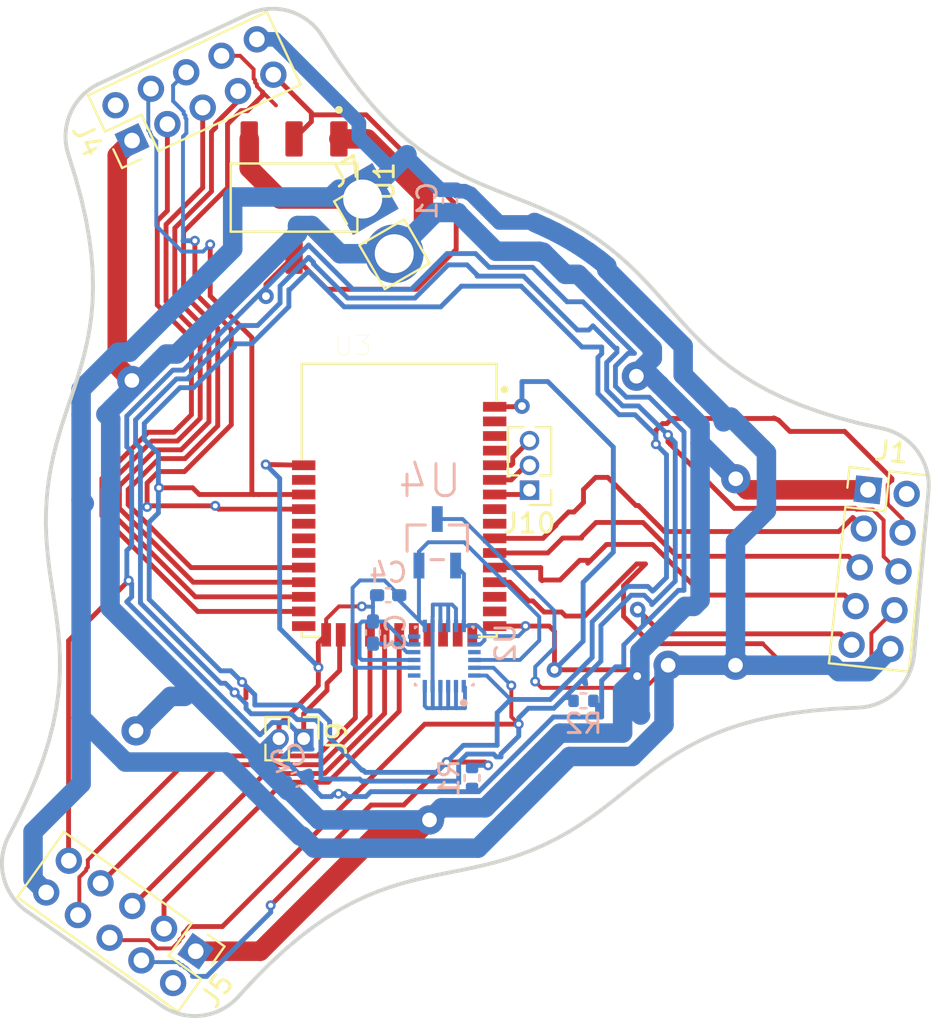
<source format=kicad_pcb>
(kicad_pcb (version 20171130) (host pcbnew 5.1.7-a382d34a88~90~ubuntu20.04.1)

  (general
    (thickness 1.6)
    (drawings 153)
    (tracks 816)
    (zones 0)
    (modules 16)
    (nets 47)
  )

  (page A4)
  (layers
    (0 F.Cu signal)
    (31 B.Cu signal)
    (32 B.Adhes user hide)
    (33 F.Adhes user hide)
    (34 B.Paste user hide)
    (35 F.Paste user hide)
    (36 B.SilkS user hide)
    (37 F.SilkS user hide)
    (38 B.Mask user hide)
    (39 F.Mask user hide)
    (40 Dwgs.User user hide)
    (41 Cmts.User user hide)
    (42 Eco1.User user hide)
    (43 Eco2.User user hide)
    (44 Edge.Cuts user)
    (45 Margin user hide)
    (46 B.CrtYd user hide)
    (47 F.CrtYd user hide)
    (48 B.Fab user hide)
    (49 F.Fab user hide)
  )

  (setup
    (last_trace_width 0.2)
    (user_trace_width 0.2)
    (user_trace_width 0.25)
    (user_trace_width 0.5)
    (user_trace_width 0.75)
    (user_trace_width 1)
    (trace_clearance 0.1)
    (zone_clearance 0.508)
    (zone_45_only no)
    (trace_min 0.2)
    (via_size 0.8)
    (via_drill 0.4)
    (via_min_size 0.5)
    (via_min_drill 0.254)
    (user_via 0.508 0.254)
    (user_via 1 0.5)
    (user_via 1.5 0.75)
    (uvia_size 0.3)
    (uvia_drill 0.1)
    (uvias_allowed no)
    (uvia_min_size 0.2)
    (uvia_min_drill 0.1)
    (edge_width 0.05)
    (segment_width 0.2)
    (pcb_text_width 0.3)
    (pcb_text_size 1.5 1.5)
    (mod_edge_width 0.12)
    (mod_text_size 1 1)
    (mod_text_width 0.15)
    (pad_size 2.7 2.7)
    (pad_drill 2)
    (pad_to_mask_clearance 0.05)
    (aux_axis_origin 0 0)
    (visible_elements FFF9FF1F)
    (pcbplotparams
      (layerselection 0x010fc_ffffffff)
      (usegerberextensions false)
      (usegerberattributes true)
      (usegerberadvancedattributes true)
      (creategerberjobfile true)
      (excludeedgelayer true)
      (linewidth 0.100000)
      (plotframeref false)
      (viasonmask false)
      (mode 1)
      (useauxorigin false)
      (hpglpennumber 1)
      (hpglpenspeed 20)
      (hpglpendiameter 15.000000)
      (psnegative false)
      (psa4output false)
      (plotreference true)
      (plotvalue true)
      (plotinvisibletext false)
      (padsonsilk false)
      (subtractmaskfromsilk false)
      (outputformat 1)
      (mirror false)
      (drillshape 1)
      (scaleselection 1)
      (outputdirectory ""))
  )

  (net 0 "")
  (net 1 GND)
  (net 2 /+3V)
  (net 3 +8V)
  (net 4 /SWDIO)
  (net 5 /SWDCLK)
  (net 6 /SMA1_SIG)
  (net 7 /SMA2_SIG)
  (net 8 /SMA3_SIG)
  (net 9 /SMA4_SIG)
  (net 10 /SMA5_SIG)
  (net 11 /SMA6_SIG)
  (net 12 /SMA7_SIG)
  (net 13 /SMA8_SIG)
  (net 14 /SMA9_SIG)
  (net 15 /SMA10_SIG)
  (net 16 /SMA11_SIG)
  (net 17 /SMA12_SIG)
  (net 18 "Net-(U3-Pad28)")
  (net 19 "Net-(U3-Pad17)")
  (net 20 "Net-(U3-Pad18)")
  (net 21 "Net-(U3-Pad20)")
  (net 22 "Net-(U3-Pad19)")
  (net 23 "Net-(U3-Pad21)")
  (net 24 "Net-(U3-Pad15)")
  (net 25 "Net-(U3-Pad14)")
  (net 26 "Net-(J10-Pad1)")
  (net 27 /SCL)
  (net 28 /SDA)
  (net 29 "Net-(U3-Pad35)")
  (net 30 "Net-(U3-Pad2)")
  (net 31 "Net-(U3-Pad4)")
  (net 32 "Net-(U3-Pad3)")
  (net 33 "Net-(U3-Pad8)")
  (net 34 "Net-(U3-Pad9)")
  (net 35 "Net-(U3-Pad34)")
  (net 36 "Net-(U3-Pad33)")
  (net 37 "Net-(U3-Pad38)")
  (net 38 "Net-(J1-Pad2)")
  (net 39 "Net-(J5-Pad2)")
  (net 40 "Net-(C3-Pad1)")
  (net 41 "Net-(C4-Pad1)")
  (net 42 "Net-(U2-Pad21)")
  (net 43 "Net-(U2-Pad19)")
  (net 44 "Net-(U2-Pad1)")
  (net 45 "Net-(U2-Pad12)")
  (net 46 "Net-(U2-Pad7)")

  (net_class Default "This is the default net class."
    (clearance 0.1)
    (trace_width 0.25)
    (via_dia 0.8)
    (via_drill 0.4)
    (uvia_dia 0.3)
    (uvia_drill 0.1)
    (add_net +8V)
    (add_net /+3V)
    (add_net /SCL)
    (add_net /SDA)
    (add_net /SMA10_SIG)
    (add_net /SMA11_SIG)
    (add_net /SMA12_SIG)
    (add_net /SMA1_SIG)
    (add_net /SMA2_SIG)
    (add_net /SMA3_SIG)
    (add_net /SMA4_SIG)
    (add_net /SMA5_SIG)
    (add_net /SMA6_SIG)
    (add_net /SMA7_SIG)
    (add_net /SMA8_SIG)
    (add_net /SMA9_SIG)
    (add_net /SWDCLK)
    (add_net /SWDIO)
    (add_net GND)
    (add_net "Net-(C3-Pad1)")
    (add_net "Net-(C4-Pad1)")
    (add_net "Net-(J1-Pad2)")
    (add_net "Net-(J10-Pad1)")
    (add_net "Net-(J5-Pad2)")
    (add_net "Net-(U2-Pad1)")
    (add_net "Net-(U2-Pad12)")
    (add_net "Net-(U2-Pad19)")
    (add_net "Net-(U2-Pad21)")
    (add_net "Net-(U2-Pad7)")
    (add_net "Net-(U3-Pad14)")
    (add_net "Net-(U3-Pad15)")
    (add_net "Net-(U3-Pad17)")
    (add_net "Net-(U3-Pad18)")
    (add_net "Net-(U3-Pad19)")
    (add_net "Net-(U3-Pad2)")
    (add_net "Net-(U3-Pad20)")
    (add_net "Net-(U3-Pad21)")
    (add_net "Net-(U3-Pad28)")
    (add_net "Net-(U3-Pad3)")
    (add_net "Net-(U3-Pad33)")
    (add_net "Net-(U3-Pad34)")
    (add_net "Net-(U3-Pad35)")
    (add_net "Net-(U3-Pad38)")
    (add_net "Net-(U3-Pad4)")
    (add_net "Net-(U3-Pad8)")
    (add_net "Net-(U3-Pad9)")
  )

  (net_class small ""
    (clearance 0.1)
    (trace_width 0.25)
    (via_dia 0.8)
    (via_drill 0.4)
    (uvia_dia 0.3)
    (uvia_drill 0.1)
  )

  (module MCP1703T-1802E_CB:SOT95P255X145-3N (layer B.Cu) (tedit 6179CCAC) (tstamp 617AEEEB)
    (at 110.78972 110.70336 180)
    (path /617ABE6D)
    (fp_text reference U4 (at 0.381245 3.151645) (layer B.SilkS)
      (effects (font (size 1.641063 1.641063) (thickness 0.15)) (justify mirror))
    )
    (fp_text value MCP1703T-1802E_CB (at 10.93662 -3.255565) (layer B.Fab)
      (effects (font (size 1.642197 1.642197) (thickness 0.15)) (justify mirror))
    )
    (fp_line (start -0.6858 -0.889) (end -1.1938 -0.889) (layer B.Fab) (width 0.1524))
    (fp_line (start -1.1938 -0.889) (end -1.1938 -1.4986) (layer B.Fab) (width 0.1524))
    (fp_line (start -1.1938 -1.4986) (end -0.6858 -1.4986) (layer B.Fab) (width 0.1524))
    (fp_line (start -0.6858 -1.4986) (end -0.6858 -0.889) (layer B.Fab) (width 0.1524))
    (fp_line (start 1.1938 -0.889) (end 0.6858 -0.889) (layer B.Fab) (width 0.1524))
    (fp_line (start 0.6858 -0.889) (end 0.6858 -1.4986) (layer B.Fab) (width 0.1524))
    (fp_line (start 0.6858 -1.4986) (end 1.1938 -1.4986) (layer B.Fab) (width 0.1524))
    (fp_line (start 1.1938 -1.4986) (end 1.1938 -0.889) (layer B.Fab) (width 0.1524))
    (fp_line (start -0.254 0.889) (end 0.254 0.889) (layer B.Fab) (width 0.1524))
    (fp_line (start 0.254 0.889) (end 0.254 1.4986) (layer B.Fab) (width 0.1524))
    (fp_line (start 0.254 1.4986) (end -0.254 1.4986) (layer B.Fab) (width 0.1524))
    (fp_line (start -0.254 1.4986) (end -0.254 0.889) (layer B.Fab) (width 0.1524))
    (fp_line (start -1.5494 -0.889) (end 1.5494 -0.889) (layer B.Fab) (width 0.1524))
    (fp_line (start 1.5494 -0.889) (end 1.5494 0.889) (layer B.Fab) (width 0.1524))
    (fp_line (start 1.5494 0.889) (end -1.5494 0.889) (layer B.Fab) (width 0.1524))
    (fp_line (start -1.5494 0.889) (end -1.5494 -0.889) (layer B.Fab) (width 0.1524))
    (fp_line (start -0.6096 0.889) (end -1.5494 0.889) (layer B.SilkS) (width 0.1524))
    (fp_line (start -0.3302 -0.889) (end 0.3302 -0.889) (layer B.SilkS) (width 0.1524))
    (fp_line (start 1.5494 -0.4572) (end 1.5494 0.889) (layer B.SilkS) (width 0.1524))
    (fp_line (start 1.5494 0.889) (end 0.6096 0.889) (layer B.SilkS) (width 0.1524))
    (fp_line (start -1.5494 0.889) (end -1.5494 -0.4572) (layer B.SilkS) (width 0.1524))
    (pad 3 smd rect (at 0 1.1938 180) (size 0.5588 1.3208) (layers B.Cu B.Paste B.Mask)
      (net 3 +8V))
    (pad 2 smd rect (at 0.9398 -1.1938 180) (size 0.5588 1.3208) (layers B.Cu B.Paste B.Mask)
      (net 41 "Net-(C4-Pad1)"))
    (pad 1 smd rect (at -0.9398 -1.1938 180) (size 0.5588 1.3208) (layers B.Cu B.Paste B.Mask)
      (net 1 GND))
  )

  (module ICM-20948:QFN40P300X300X105-24N (layer B.Cu) (tedit 6179D13D) (tstamp 617AEE55)
    (at 111.14972 116.5385 90)
    (path /6180B418)
    (fp_text reference U2 (at 0.675 3.135 -90) (layer B.SilkS)
      (effects (font (size 1 1) (thickness 0.15)) (justify mirror))
    )
    (fp_text value ICM-20948 (at 10.835 -3.135 -90) (layer B.Fab)
      (effects (font (size 1 1) (thickness 0.15)) (justify mirror))
    )
    (fp_line (start -1.5 1.5) (end 1.5 1.5) (layer B.Fab) (width 0.127))
    (fp_line (start 1.5 1.5) (end 1.5 -1.5) (layer B.Fab) (width 0.127))
    (fp_line (start 1.5 -1.5) (end -1.5 -1.5) (layer B.Fab) (width 0.127))
    (fp_line (start -1.5 -1.5) (end -1.5 1.5) (layer B.Fab) (width 0.127))
    (fp_line (start -1.43 1.5) (end -1.5 1.5) (layer B.SilkS) (width 0.127))
    (fp_line (start -1.5 1.5) (end -1.5 1.43) (layer B.SilkS) (width 0.127))
    (fp_line (start -2.115 2.115) (end 2.115 2.115) (layer B.CrtYd) (width 0.05))
    (fp_line (start 2.115 2.115) (end 2.115 -2.115) (layer B.CrtYd) (width 0.05))
    (fp_line (start 2.115 -2.115) (end -2.115 -2.115) (layer B.CrtYd) (width 0.05))
    (fp_line (start -2.115 -2.115) (end -2.115 2.115) (layer B.CrtYd) (width 0.05))
    (fp_circle (center -2.4 1) (end -2.3 1) (layer B.SilkS) (width 0.2))
    (fp_circle (center -2.4 1) (end -2.3 1) (layer B.Fab) (width 0.2))
    (fp_poly (pts (xy -0.85 0.77) (xy 0.85 0.77) (xy 0.85 -0.77) (xy -0.85 -0.77)) (layer Dwgs.User) (width 0.01))
    (fp_poly (pts (xy -0.85 0.77) (xy 0.85 0.77) (xy 0.85 -0.77) (xy -0.85 -0.77)) (layer Dwgs.User) (width 0.01))
    (fp_line (start -1.5 -1.43) (end -1.5 -1.5) (layer B.SilkS) (width 0.127))
    (fp_line (start -1.5 -1.5) (end -1.43 -1.5) (layer B.SilkS) (width 0.127))
    (fp_line (start 1.43 -1.5) (end 1.5 -1.5) (layer B.SilkS) (width 0.127))
    (fp_line (start 1.5 -1.5) (end 1.5 -1.43) (layer B.SilkS) (width 0.127))
    (fp_line (start 1.5 1.43) (end 1.5 1.5) (layer B.SilkS) (width 0.127))
    (fp_line (start 1.5 1.5) (end 1.43 1.5) (layer B.SilkS) (width 0.127))
    (pad 24 smd roundrect (at -1 1.545 90) (size 0.22 0.64) (layers B.Cu B.Paste B.Mask) (roundrect_rratio 0.03)
      (net 28 /SDA))
    (pad 23 smd roundrect (at -0.6 1.545 90) (size 0.22 0.64) (layers B.Cu B.Paste B.Mask) (roundrect_rratio 0.03)
      (net 27 /SCL))
    (pad 22 smd roundrect (at -0.2 1.545 90) (size 0.22 0.64) (layers B.Cu B.Paste B.Mask) (roundrect_rratio 0.03)
      (net 41 "Net-(C4-Pad1)"))
    (pad 21 smd roundrect (at 0.2 1.545 90) (size 0.22 0.64) (layers B.Cu B.Paste B.Mask) (roundrect_rratio 0.03)
      (net 42 "Net-(U2-Pad21)"))
    (pad 20 smd roundrect (at 0.6 1.545 90) (size 0.22 0.64) (layers B.Cu B.Paste B.Mask) (roundrect_rratio 0.03)
      (net 1 GND))
    (pad 19 smd roundrect (at 1 1.545 90) (size 0.22 0.64) (layers B.Cu B.Paste B.Mask) (roundrect_rratio 0.03)
      (net 43 "Net-(U2-Pad19)"))
    (pad 18 smd roundrect (at 1.545 1 90) (size 0.64 0.22) (layers B.Cu B.Paste B.Mask) (roundrect_rratio 0.03)
      (net 1 GND))
    (pad 17 smd roundrect (at 1.545 0.6 90) (size 0.64 0.22) (layers B.Cu B.Paste B.Mask) (roundrect_rratio 0.03)
      (net 44 "Net-(U2-Pad1)"))
    (pad 16 smd roundrect (at 1.545 0.2 90) (size 0.64 0.22) (layers B.Cu B.Paste B.Mask) (roundrect_rratio 0.03)
      (net 44 "Net-(U2-Pad1)"))
    (pad 15 smd roundrect (at 1.545 -0.2 90) (size 0.64 0.22) (layers B.Cu B.Paste B.Mask) (roundrect_rratio 0.03)
      (net 44 "Net-(U2-Pad1)"))
    (pad 14 smd roundrect (at 1.545 -0.6 90) (size 0.64 0.22) (layers B.Cu B.Paste B.Mask) (roundrect_rratio 0.03)
      (net 44 "Net-(U2-Pad1)"))
    (pad 13 smd roundrect (at 1.545 -1 90) (size 0.64 0.22) (layers B.Cu B.Paste B.Mask) (roundrect_rratio 0.03)
      (net 41 "Net-(C4-Pad1)"))
    (pad 12 smd roundrect (at 1 -1.545 90) (size 0.22 0.64) (layers B.Cu B.Paste B.Mask) (roundrect_rratio 0.03)
      (net 45 "Net-(U2-Pad12)"))
    (pad 11 smd roundrect (at 0.6 -1.545 90) (size 0.22 0.64) (layers B.Cu B.Paste B.Mask) (roundrect_rratio 0.03)
      (net 1 GND))
    (pad 10 smd roundrect (at 0.2 -1.545 90) (size 0.22 0.64) (layers B.Cu B.Paste B.Mask) (roundrect_rratio 0.03)
      (net 40 "Net-(C3-Pad1)"))
    (pad 9 smd roundrect (at -0.2 -1.545 90) (size 0.22 0.64) (layers B.Cu B.Paste B.Mask) (roundrect_rratio 0.03)
      (net 1 GND))
    (pad 8 smd roundrect (at -0.6 -1.545 90) (size 0.22 0.64) (layers B.Cu B.Paste B.Mask) (roundrect_rratio 0.03)
      (net 41 "Net-(C4-Pad1)"))
    (pad 7 smd roundrect (at -1 -1.545 90) (size 0.22 0.64) (layers B.Cu B.Paste B.Mask) (roundrect_rratio 0.03)
      (net 46 "Net-(U2-Pad7)"))
    (pad 6 smd roundrect (at -1.545 -1 90) (size 0.64 0.22) (layers B.Cu B.Paste B.Mask) (roundrect_rratio 0.03)
      (net 44 "Net-(U2-Pad1)"))
    (pad 5 smd roundrect (at -1.545 -0.6 90) (size 0.64 0.22) (layers B.Cu B.Paste B.Mask) (roundrect_rratio 0.03)
      (net 44 "Net-(U2-Pad1)"))
    (pad 4 smd roundrect (at -1.545 -0.2 90) (size 0.64 0.22) (layers B.Cu B.Paste B.Mask) (roundrect_rratio 0.03)
      (net 44 "Net-(U2-Pad1)"))
    (pad 3 smd roundrect (at -1.545 0.2 90) (size 0.64 0.22) (layers B.Cu B.Paste B.Mask) (roundrect_rratio 0.03)
      (net 44 "Net-(U2-Pad1)"))
    (pad 2 smd roundrect (at -1.545 0.6 90) (size 0.64 0.22) (layers B.Cu B.Paste B.Mask) (roundrect_rratio 0.03)
      (net 44 "Net-(U2-Pad1)"))
    (pad 1 smd roundrect (at -1.545 1 90) (size 0.64 0.22) (layers B.Cu B.Paste B.Mask) (roundrect_rratio 0.03)
      (net 44 "Net-(U2-Pad1)"))
  )

  (module Capacitor_SMD:C_0402_1005Metric_Pad0.74x0.62mm_HandSolder (layer B.Cu) (tedit 5F6BB22C) (tstamp 617AEC79)
    (at 108.27112 113.41862 180)
    (descr "Capacitor SMD 0402 (1005 Metric), square (rectangular) end terminal, IPC_7351 nominal with elongated pad for handsoldering. (Body size source: IPC-SM-782 page 76, https://www.pcb-3d.com/wordpress/wp-content/uploads/ipc-sm-782a_amendment_1_and_2.pdf), generated with kicad-footprint-generator")
    (tags "capacitor handsolder")
    (path /617BA106)
    (attr smd)
    (fp_text reference C4 (at 0 1.16) (layer B.SilkS)
      (effects (font (size 1 1) (thickness 0.15)) (justify mirror))
    )
    (fp_text value C-USC0402 (at 0 -1.16) (layer B.Fab)
      (effects (font (size 1 1) (thickness 0.15)) (justify mirror))
    )
    (fp_text user %R (at 0 0) (layer B.Fab)
      (effects (font (size 0.25 0.25) (thickness 0.04)) (justify mirror))
    )
    (fp_line (start -0.5 -0.25) (end -0.5 0.25) (layer B.Fab) (width 0.1))
    (fp_line (start -0.5 0.25) (end 0.5 0.25) (layer B.Fab) (width 0.1))
    (fp_line (start 0.5 0.25) (end 0.5 -0.25) (layer B.Fab) (width 0.1))
    (fp_line (start 0.5 -0.25) (end -0.5 -0.25) (layer B.Fab) (width 0.1))
    (fp_line (start -0.115835 0.36) (end 0.115835 0.36) (layer B.SilkS) (width 0.12))
    (fp_line (start -0.115835 -0.36) (end 0.115835 -0.36) (layer B.SilkS) (width 0.12))
    (fp_line (start -1.08 -0.46) (end -1.08 0.46) (layer B.CrtYd) (width 0.05))
    (fp_line (start -1.08 0.46) (end 1.08 0.46) (layer B.CrtYd) (width 0.05))
    (fp_line (start 1.08 0.46) (end 1.08 -0.46) (layer B.CrtYd) (width 0.05))
    (fp_line (start 1.08 -0.46) (end -1.08 -0.46) (layer B.CrtYd) (width 0.05))
    (pad 2 smd roundrect (at 0.5675 0 180) (size 0.735 0.62) (layers B.Cu B.Paste B.Mask) (roundrect_rratio 0.25)
      (net 1 GND))
    (pad 1 smd roundrect (at -0.5675 0 180) (size 0.735 0.62) (layers B.Cu B.Paste B.Mask) (roundrect_rratio 0.25)
      (net 41 "Net-(C4-Pad1)"))
    (model ${KISYS3DMOD}/Capacitor_SMD.3dshapes/C_0402_1005Metric.wrl
      (at (xyz 0 0 0))
      (scale (xyz 1 1 1))
      (rotate (xyz 0 0 0))
    )
  )

  (module Capacitor_SMD:C_0402_1005Metric_Pad0.74x0.62mm_HandSolder (layer B.Cu) (tedit 5F6BB22C) (tstamp 617AEC68)
    (at 107.49026 115.33232 90)
    (descr "Capacitor SMD 0402 (1005 Metric), square (rectangular) end terminal, IPC_7351 nominal with elongated pad for handsoldering. (Body size source: IPC-SM-782 page 76, https://www.pcb-3d.com/wordpress/wp-content/uploads/ipc-sm-782a_amendment_1_and_2.pdf), generated with kicad-footprint-generator")
    (tags "capacitor handsolder")
    (path /617C30C0)
    (attr smd)
    (fp_text reference C3 (at 0 1.16 90) (layer B.SilkS)
      (effects (font (size 1 1) (thickness 0.15)) (justify mirror))
    )
    (fp_text value C-USC0402 (at 0 -1.16 90) (layer B.Fab)
      (effects (font (size 1 1) (thickness 0.15)) (justify mirror))
    )
    (fp_text user %R (at 0 0 90) (layer B.Fab)
      (effects (font (size 0.25 0.25) (thickness 0.04)) (justify mirror))
    )
    (fp_line (start -0.5 -0.25) (end -0.5 0.25) (layer B.Fab) (width 0.1))
    (fp_line (start -0.5 0.25) (end 0.5 0.25) (layer B.Fab) (width 0.1))
    (fp_line (start 0.5 0.25) (end 0.5 -0.25) (layer B.Fab) (width 0.1))
    (fp_line (start 0.5 -0.25) (end -0.5 -0.25) (layer B.Fab) (width 0.1))
    (fp_line (start -0.115835 0.36) (end 0.115835 0.36) (layer B.SilkS) (width 0.12))
    (fp_line (start -0.115835 -0.36) (end 0.115835 -0.36) (layer B.SilkS) (width 0.12))
    (fp_line (start -1.08 -0.46) (end -1.08 0.46) (layer B.CrtYd) (width 0.05))
    (fp_line (start -1.08 0.46) (end 1.08 0.46) (layer B.CrtYd) (width 0.05))
    (fp_line (start 1.08 0.46) (end 1.08 -0.46) (layer B.CrtYd) (width 0.05))
    (fp_line (start 1.08 -0.46) (end -1.08 -0.46) (layer B.CrtYd) (width 0.05))
    (pad 2 smd roundrect (at 0.5675 0 90) (size 0.735 0.62) (layers B.Cu B.Paste B.Mask) (roundrect_rratio 0.25)
      (net 1 GND))
    (pad 1 smd roundrect (at -0.5675 0 90) (size 0.735 0.62) (layers B.Cu B.Paste B.Mask) (roundrect_rratio 0.25)
      (net 40 "Net-(C3-Pad1)"))
    (model ${KISYS3DMOD}/Capacitor_SMD.3dshapes/C_0402_1005Metric.wrl
      (at (xyz 0 0 0))
      (scale (xyz 1 1 1))
      (rotate (xyz 0 0 0))
    )
  )

  (module ZLDO1117G33TA:SOT230P700X180-4N (layer F.Cu) (tedit 616EF002) (tstamp 616F8406)
    (at 103.4415 93.01734 270)
    (path /6176763F)
    (fp_text reference U1 (at -0.825 -4.635 90) (layer F.SilkS)
      (effects (font (size 1 1) (thickness 0.15)))
    )
    (fp_text value ZLDO1117G33TA (at 6.795 4.365 90) (layer F.Fab)
      (effects (font (size 1 1) (thickness 0.15)))
    )
    (fp_circle (center -4.5 -2.3) (end -4.4 -2.3) (layer F.Fab) (width 0.2))
    (fp_line (start -4.165 -3.5) (end 4.165 -3.5) (layer F.CrtYd) (width 0.05))
    (fp_line (start -4.165 3.5) (end -4.165 -3.5) (layer F.CrtYd) (width 0.05))
    (fp_line (start 4.165 3.5) (end -4.165 3.5) (layer F.CrtYd) (width 0.05))
    (fp_line (start 4.165 -3.5) (end 4.165 3.5) (layer F.CrtYd) (width 0.05))
    (fp_circle (center -4.5 -2.3) (end -4.4 -2.3) (layer F.SilkS) (width 0.2))
    (fp_line (start 1.75 3.25) (end 1.75 -3.25) (layer F.SilkS) (width 0.127))
    (fp_line (start -1.75 3.25) (end 1.75 3.25) (layer F.SilkS) (width 0.127))
    (fp_line (start -1.75 -3.25) (end -1.75 3.25) (layer F.SilkS) (width 0.127))
    (fp_line (start 1.75 -3.25) (end -1.75 -3.25) (layer F.SilkS) (width 0.127))
    (fp_line (start 1.75 3.25) (end 1.75 -3.25) (layer F.Fab) (width 0.127))
    (fp_line (start -1.75 3.25) (end 1.75 3.25) (layer F.Fab) (width 0.127))
    (fp_line (start -1.75 -3.25) (end -1.75 3.25) (layer F.Fab) (width 0.127))
    (fp_line (start 1.75 -3.25) (end -1.75 -3.25) (layer F.Fab) (width 0.127))
    (pad 4 smd roundrect (at 3.01 0 270) (size 1.81 0.89) (layers F.Cu F.Paste F.Mask) (roundrect_rratio 0.11)
      (net 2 /+3V))
    (pad 3 smd roundrect (at -3.01 2.3 270) (size 1.81 0.89) (layers F.Cu F.Paste F.Mask) (roundrect_rratio 0.11)
      (net 3 +8V))
    (pad 2 smd roundrect (at -3.01 0 270) (size 1.81 0.89) (layers F.Cu F.Paste F.Mask) (roundrect_rratio 0.11)
      (net 2 /+3V))
    (pad 1 smd roundrect (at -3.01 -2.3 270) (size 1.81 0.89) (layers F.Cu F.Paste F.Mask) (roundrect_rratio 0.11)
      (net 1 GND))
  )

  (module Connector_PinHeader_2.00mm:PinHeader_2x05_P2.00mm_Vertical (layer F.Cu) (tedit 59FED667) (tstamp 604721FD)
    (at 95.128373 90.09205 115)
    (descr "Through hole straight pin header, 2x05, 2.00mm pitch, double rows")
    (tags "Through hole pin header THT 2x05 2.00mm double row")
    (path /60488DE7)
    (fp_text reference J4 (at 1 -2.06 115) (layer F.SilkS)
      (effects (font (size 1 1) (thickness 0.15)))
    )
    (fp_text value Conn_02x05_Counter_Clockwise (at 1 10.06 115) (layer F.Fab)
      (effects (font (size 1 1) (thickness 0.15)))
    )
    (fp_line (start 0 -1) (end 3 -1) (layer F.Fab) (width 0.1))
    (fp_line (start 3 -1) (end 3 9) (layer F.Fab) (width 0.1))
    (fp_line (start 3 9) (end -1 9) (layer F.Fab) (width 0.1))
    (fp_line (start -1 9) (end -1 0) (layer F.Fab) (width 0.1))
    (fp_line (start -1 0) (end 0 -1) (layer F.Fab) (width 0.1))
    (fp_line (start -1.06 9.06) (end 3.06 9.06) (layer F.SilkS) (width 0.12))
    (fp_line (start -1.06 1) (end -1.06 9.06) (layer F.SilkS) (width 0.12))
    (fp_line (start 3.06 -1.06) (end 3.06 9.06) (layer F.SilkS) (width 0.12))
    (fp_line (start -1.06 1) (end 1 1) (layer F.SilkS) (width 0.12))
    (fp_line (start 1 1) (end 1 -1.06) (layer F.SilkS) (width 0.12))
    (fp_line (start 1 -1.06) (end 3.06 -1.06) (layer F.SilkS) (width 0.12))
    (fp_line (start -1.06 0) (end -1.06 -1.06) (layer F.SilkS) (width 0.12))
    (fp_line (start -1.06 -1.06) (end 0 -1.06) (layer F.SilkS) (width 0.12))
    (fp_line (start -1.5 -1.5) (end -1.5 9.5) (layer F.CrtYd) (width 0.05))
    (fp_line (start -1.5 9.5) (end 3.5 9.5) (layer F.CrtYd) (width 0.05))
    (fp_line (start 3.5 9.5) (end 3.5 -1.5) (layer F.CrtYd) (width 0.05))
    (fp_line (start 3.5 -1.5) (end -1.5 -1.5) (layer F.CrtYd) (width 0.05))
    (fp_text user %R (at 1 4 25) (layer F.Fab)
      (effects (font (size 1 1) (thickness 0.15)))
    )
    (pad 10 thru_hole oval (at 2 8 115) (size 1.35 1.35) (drill 0.8) (layers *.Cu *.Mask)
      (net 3 +8V))
    (pad 9 thru_hole oval (at 0 8 115) (size 1.35 1.35) (drill 0.8) (layers *.Cu *.Mask)
      (net 2 /+3V))
    (pad 8 thru_hole oval (at 2 6 115) (size 1.35 1.35) (drill 0.8) (layers *.Cu *.Mask)
      (net 6 /SMA1_SIG))
    (pad 7 thru_hole oval (at 0 6 115) (size 1.35 1.35) (drill 0.8) (layers *.Cu *.Mask)
      (net 7 /SMA2_SIG))
    (pad 6 thru_hole oval (at 2 4 115) (size 1.35 1.35) (drill 0.8) (layers *.Cu *.Mask)
      (net 27 /SCL))
    (pad 5 thru_hole oval (at 0 4 115) (size 1.35 1.35) (drill 0.8) (layers *.Cu *.Mask)
      (net 8 /SMA3_SIG))
    (pad 4 thru_hole oval (at 2 2 115) (size 1.35 1.35) (drill 0.8) (layers *.Cu *.Mask)
      (net 28 /SDA))
    (pad 3 thru_hole oval (at 0 2 115) (size 1.35 1.35) (drill 0.8) (layers *.Cu *.Mask)
      (net 9 /SMA4_SIG))
    (pad 2 thru_hole oval (at 2 0 115) (size 1.35 1.35) (drill 0.8) (layers *.Cu *.Mask)
      (net 9 /SMA4_SIG))
    (pad 1 thru_hole rect (at 0 0 115) (size 1.35 1.35) (drill 0.8) (layers *.Cu *.Mask)
      (net 1 GND))
    (model ${KISYS3DMOD}/Connector_PinHeader_2.00mm.3dshapes/PinHeader_2x05_P2.00mm_Vertical.wrl
      (at (xyz 0 0 0))
      (scale (xyz 1 1 1))
      (rotate (xyz 0 0 0))
    )
  )

  (module Connector_PinHeader_2.00mm:PinHeader_2x05_P2.00mm_Vertical (layer F.Cu) (tedit 59FED667) (tstamp 6047221D)
    (at 98.39706 131.68376 234.5)
    (descr "Through hole straight pin header, 2x05, 2.00mm pitch, double rows")
    (tags "Through hole pin header THT 2x05 2.00mm double row")
    (path /60489940)
    (fp_text reference J5 (at 1 -2.06 54.5) (layer F.SilkS)
      (effects (font (size 1 1) (thickness 0.15)))
    )
    (fp_text value Conn_02x05_Counter_Clockwise (at 1 10.06 54.5) (layer F.Fab)
      (effects (font (size 1 1) (thickness 0.15)))
    )
    (fp_line (start 0 -1) (end 3 -1) (layer F.Fab) (width 0.1))
    (fp_line (start 3 -1) (end 3 9) (layer F.Fab) (width 0.1))
    (fp_line (start 3 9) (end -1 9) (layer F.Fab) (width 0.1))
    (fp_line (start -1 9) (end -1 0) (layer F.Fab) (width 0.1))
    (fp_line (start -1 0) (end 0 -1) (layer F.Fab) (width 0.1))
    (fp_line (start -1.06 9.06) (end 3.06 9.06) (layer F.SilkS) (width 0.12))
    (fp_line (start -1.06 1) (end -1.06 9.06) (layer F.SilkS) (width 0.12))
    (fp_line (start 3.06 -1.06) (end 3.06 9.06) (layer F.SilkS) (width 0.12))
    (fp_line (start -1.06 1) (end 1 1) (layer F.SilkS) (width 0.12))
    (fp_line (start 1 1) (end 1 -1.06) (layer F.SilkS) (width 0.12))
    (fp_line (start 1 -1.06) (end 3.06 -1.06) (layer F.SilkS) (width 0.12))
    (fp_line (start -1.06 0) (end -1.06 -1.06) (layer F.SilkS) (width 0.12))
    (fp_line (start -1.06 -1.06) (end 0 -1.06) (layer F.SilkS) (width 0.12))
    (fp_line (start -1.5 -1.5) (end -1.5 9.5) (layer F.CrtYd) (width 0.05))
    (fp_line (start -1.5 9.5) (end 3.5 9.5) (layer F.CrtYd) (width 0.05))
    (fp_line (start 3.5 9.5) (end 3.5 -1.5) (layer F.CrtYd) (width 0.05))
    (fp_line (start 3.5 -1.5) (end -1.5 -1.5) (layer F.CrtYd) (width 0.05))
    (fp_text user %R (at 1 4 144.5) (layer F.Fab)
      (effects (font (size 1 1) (thickness 0.15)))
    )
    (pad 10 thru_hole oval (at 2 8 234.5) (size 1.35 1.35) (drill 0.8) (layers *.Cu *.Mask)
      (net 3 +8V))
    (pad 9 thru_hole oval (at 0 8 234.5) (size 1.35 1.35) (drill 0.8) (layers *.Cu *.Mask)
      (net 2 /+3V))
    (pad 8 thru_hole oval (at 2 6 234.5) (size 1.35 1.35) (drill 0.8) (layers *.Cu *.Mask)
      (net 10 /SMA5_SIG))
    (pad 7 thru_hole oval (at 0 6 234.5) (size 1.35 1.35) (drill 0.8) (layers *.Cu *.Mask)
      (net 11 /SMA6_SIG))
    (pad 6 thru_hole oval (at 2 4 234.5) (size 1.35 1.35) (drill 0.8) (layers *.Cu *.Mask)
      (net 27 /SCL))
    (pad 5 thru_hole oval (at 0 4 234.5) (size 1.35 1.35) (drill 0.8) (layers *.Cu *.Mask)
      (net 12 /SMA7_SIG))
    (pad 4 thru_hole oval (at 2 2 234.5) (size 1.35 1.35) (drill 0.8) (layers *.Cu *.Mask)
      (net 28 /SDA))
    (pad 3 thru_hole oval (at 0 2 234.5) (size 1.35 1.35) (drill 0.8) (layers *.Cu *.Mask)
      (net 13 /SMA8_SIG))
    (pad 2 thru_hole oval (at 2 0 234.5) (size 1.35 1.35) (drill 0.8) (layers *.Cu *.Mask)
      (net 39 "Net-(J5-Pad2)"))
    (pad 1 thru_hole rect (at 0 0 234.5) (size 1.35 1.35) (drill 0.8) (layers *.Cu *.Mask)
      (net 1 GND))
    (model ${KISYS3DMOD}/Connector_PinHeader_2.00mm.3dshapes/PinHeader_2x05_P2.00mm_Vertical.wrl
      (at (xyz 0 0 0))
      (scale (xyz 1 1 1))
      (rotate (xyz 0 0 0))
    )
  )

  (module Connector_PinHeader_2.00mm:PinHeader_2x05_P2.00mm_Vertical (layer F.Cu) (tedit 59FED667) (tstamp 6046F541)
    (at 132.888273 108.009959 354)
    (descr "Through hole straight pin header, 2x05, 2.00mm pitch, double rows")
    (tags "Through hole pin header THT 2x05 2.00mm double row")
    (path /60471947)
    (fp_text reference J1 (at 1 -2.06 174) (layer F.SilkS)
      (effects (font (size 1 1) (thickness 0.15)))
    )
    (fp_text value Conn_02x05_Counter_Clockwise (at 1 10.06 174) (layer F.Fab)
      (effects (font (size 1 1) (thickness 0.15)))
    )
    (fp_line (start 0 -1) (end 3 -1) (layer F.Fab) (width 0.1))
    (fp_line (start 3 -1) (end 3 9) (layer F.Fab) (width 0.1))
    (fp_line (start 3 9) (end -1 9) (layer F.Fab) (width 0.1))
    (fp_line (start -1 9) (end -1 0) (layer F.Fab) (width 0.1))
    (fp_line (start -1 0) (end 0 -1) (layer F.Fab) (width 0.1))
    (fp_line (start -1.06 9.06) (end 3.06 9.06) (layer F.SilkS) (width 0.12))
    (fp_line (start -1.06 1) (end -1.06 9.06) (layer F.SilkS) (width 0.12))
    (fp_line (start 3.06 -1.06) (end 3.06 9.06) (layer F.SilkS) (width 0.12))
    (fp_line (start -1.06 1) (end 1 1) (layer F.SilkS) (width 0.12))
    (fp_line (start 1 1) (end 1 -1.06) (layer F.SilkS) (width 0.12))
    (fp_line (start 1 -1.06) (end 3.06 -1.06) (layer F.SilkS) (width 0.12))
    (fp_line (start -1.06 0) (end -1.06 -1.06) (layer F.SilkS) (width 0.12))
    (fp_line (start -1.06 -1.06) (end 0 -1.06) (layer F.SilkS) (width 0.12))
    (fp_line (start -1.5 -1.5) (end -1.5 9.5) (layer F.CrtYd) (width 0.05))
    (fp_line (start -1.5 9.5) (end 3.5 9.5) (layer F.CrtYd) (width 0.05))
    (fp_line (start 3.5 9.5) (end 3.5 -1.5) (layer F.CrtYd) (width 0.05))
    (fp_line (start 3.5 -1.5) (end -1.5 -1.5) (layer F.CrtYd) (width 0.05))
    (fp_text user %R (at 1 4 84) (layer F.Fab)
      (effects (font (size 1 1) (thickness 0.15)))
    )
    (pad 10 thru_hole oval (at 2 8 354) (size 1.35 1.35) (drill 0.8) (layers *.Cu *.Mask)
      (net 3 +8V))
    (pad 9 thru_hole oval (at 0 8 354) (size 1.35 1.35) (drill 0.8) (layers *.Cu *.Mask)
      (net 2 /+3V))
    (pad 8 thru_hole oval (at 2 6 354) (size 1.35 1.35) (drill 0.8) (layers *.Cu *.Mask)
      (net 14 /SMA9_SIG))
    (pad 7 thru_hole oval (at 0 6 354) (size 1.35 1.35) (drill 0.8) (layers *.Cu *.Mask)
      (net 15 /SMA10_SIG))
    (pad 6 thru_hole oval (at 2 4 354) (size 1.35 1.35) (drill 0.8) (layers *.Cu *.Mask)
      (net 27 /SCL))
    (pad 5 thru_hole oval (at 0 4 354) (size 1.35 1.35) (drill 0.8) (layers *.Cu *.Mask)
      (net 16 /SMA11_SIG))
    (pad 4 thru_hole oval (at 2 2 354) (size 1.35 1.35) (drill 0.8) (layers *.Cu *.Mask)
      (net 28 /SDA))
    (pad 3 thru_hole oval (at 0 2 354) (size 1.35 1.35) (drill 0.8) (layers *.Cu *.Mask)
      (net 17 /SMA12_SIG))
    (pad 2 thru_hole oval (at 2 0 354) (size 1.35 1.35) (drill 0.8) (layers *.Cu *.Mask)
      (net 38 "Net-(J1-Pad2)"))
    (pad 1 thru_hole rect (at 0 0 354) (size 1.35 1.35) (drill 0.8) (layers *.Cu *.Mask)
      (net 1 GND))
    (model ${KISYS3DMOD}/Connector_PinHeader_2.00mm.3dshapes/PinHeader_2x05_P2.00mm_Vertical.wrl
      (at (xyz 0 0 0))
      (scale (xyz 1 1 1))
      (rotate (xyz 0 0 0))
    )
  )

  (module Connector_PinHeader_2.54mm:PinHeader_1x02_P2.54mm_Vertical (layer F.Cu) (tedit 611FCC18) (tstamp 5F5BB0FF)
    (at 107.31246 93.697995 30)
    (descr "Through hole straight pin header, 1x02, 2.54mm pitch, single row")
    (tags "Through hole pin header THT 1x02 2.54mm single row")
    (path /1B1E17EB)
    (fp_text reference J7 (at 0 -2.33 30) (layer F.SilkS)
      (effects (font (size 1 1) (thickness 0.15)))
    )
    (fp_text value 61300211121 (at 0 4.87 30) (layer F.Fab)
      (effects (font (size 1 1) (thickness 0.15)))
    )
    (fp_line (start -0.635 -1.27) (end 1.27 -1.27) (layer F.Fab) (width 0.1))
    (fp_line (start 1.27 -1.27) (end 1.27 3.81) (layer F.Fab) (width 0.1))
    (fp_line (start 1.27 3.81) (end -1.27 3.81) (layer F.Fab) (width 0.1))
    (fp_line (start -1.27 3.81) (end -1.27 -0.635) (layer F.Fab) (width 0.1))
    (fp_line (start -1.27 -0.635) (end -0.635 -1.27) (layer F.Fab) (width 0.1))
    (fp_line (start -1.33 3.87) (end 1.33 3.87) (layer F.SilkS) (width 0.12))
    (fp_line (start -1.33 1.27) (end -1.33 3.87) (layer F.SilkS) (width 0.12))
    (fp_line (start 1.33 1.27) (end 1.33 3.87) (layer F.SilkS) (width 0.12))
    (fp_line (start -1.33 1.27) (end 1.33 1.27) (layer F.SilkS) (width 0.12))
    (fp_line (start -1.33 0) (end -1.33 -1.33) (layer F.SilkS) (width 0.12))
    (fp_line (start -1.33 -1.33) (end 0 -1.33) (layer F.SilkS) (width 0.12))
    (fp_line (start -1.8 -1.8) (end -1.8 4.35) (layer F.CrtYd) (width 0.05))
    (fp_line (start -1.8 4.35) (end 1.8 4.35) (layer F.CrtYd) (width 0.05))
    (fp_line (start 1.8 4.35) (end 1.8 -1.8) (layer F.CrtYd) (width 0.05))
    (fp_line (start 1.8 -1.8) (end -1.8 -1.8) (layer F.CrtYd) (width 0.05))
    (fp_text user %R (at 0 1.27 120) (layer F.Fab)
      (effects (font (size 1 1) (thickness 0.15)))
    )
    (pad 1 thru_hole rect (at 0 -0.7 30) (size 2.7 2.7) (drill 2) (layers *.Cu *.Mask)
      (net 3 +8V))
    (pad 2 thru_hole oval (at 0 2.54 30) (size 3 3) (drill 2) (layers *.Cu *.Mask)
      (net 1 GND))
    (model ${KISYS3DMOD}/Connector_PinHeader_2.54mm.3dshapes/PinHeader_1x02_P2.54mm_Vertical.wrl
      (at (xyz 0 0 0))
      (scale (xyz 1 1 1))
      (rotate (xyz 0 0 0))
    )
  )

  (module Resistor_SMD:R_0402_1005Metric (layer B.Cu) (tedit 5F68FEEE) (tstamp 6042194A)
    (at 118.29234 118.83644)
    (descr "Resistor SMD 0402 (1005 Metric), square (rectangular) end terminal, IPC_7351 nominal, (Body size source: IPC-SM-782 page 72, https://www.pcb-3d.com/wordpress/wp-content/uploads/ipc-sm-782a_amendment_1_and_2.pdf), generated with kicad-footprint-generator")
    (tags resistor)
    (path /604D5854)
    (attr smd)
    (fp_text reference R2 (at 0 1.17) (layer B.SilkS)
      (effects (font (size 1 1) (thickness 0.15)) (justify mirror))
    )
    (fp_text value " " (at 0 -1.17) (layer B.Fab)
      (effects (font (size 1 1) (thickness 0.15)) (justify mirror))
    )
    (fp_line (start -0.525 -0.27) (end -0.525 0.27) (layer B.Fab) (width 0.1))
    (fp_line (start -0.525 0.27) (end 0.525 0.27) (layer B.Fab) (width 0.1))
    (fp_line (start 0.525 0.27) (end 0.525 -0.27) (layer B.Fab) (width 0.1))
    (fp_line (start 0.525 -0.27) (end -0.525 -0.27) (layer B.Fab) (width 0.1))
    (fp_line (start -0.153641 0.38) (end 0.153641 0.38) (layer B.SilkS) (width 0.12))
    (fp_line (start -0.153641 -0.38) (end 0.153641 -0.38) (layer B.SilkS) (width 0.12))
    (fp_line (start -0.93 -0.47) (end -0.93 0.47) (layer B.CrtYd) (width 0.05))
    (fp_line (start -0.93 0.47) (end 0.93 0.47) (layer B.CrtYd) (width 0.05))
    (fp_line (start 0.93 0.47) (end 0.93 -0.47) (layer B.CrtYd) (width 0.05))
    (fp_line (start 0.93 -0.47) (end -0.93 -0.47) (layer B.CrtYd) (width 0.05))
    (fp_text user %R (at 0 0) (layer B.Fab)
      (effects (font (size 0.26 0.26) (thickness 0.04)) (justify mirror))
    )
    (pad 2 smd roundrect (at 0.51 0) (size 0.54 0.64) (layers B.Cu B.Paste B.Mask) (roundrect_rratio 0.25)
      (net 2 /+3V))
    (pad 1 smd roundrect (at -0.51 0) (size 0.54 0.64) (layers B.Cu B.Paste B.Mask) (roundrect_rratio 0.25)
      (net 27 /SCL))
    (model ${KISYS3DMOD}/Resistor_SMD.3dshapes/R_0402_1005Metric.wrl
      (at (xyz 0 0 0))
      (scale (xyz 1 1 1))
      (rotate (xyz 0 0 0))
    )
  )

  (module Resistor_SMD:R_0402_1005Metric (layer B.Cu) (tedit 5F68FEEE) (tstamp 60421939)
    (at 112.57534 122.79322 270)
    (descr "Resistor SMD 0402 (1005 Metric), square (rectangular) end terminal, IPC_7351 nominal, (Body size source: IPC-SM-782 page 72, https://www.pcb-3d.com/wordpress/wp-content/uploads/ipc-sm-782a_amendment_1_and_2.pdf), generated with kicad-footprint-generator")
    (tags resistor)
    (path /604D3AEF)
    (attr smd)
    (fp_text reference R1 (at 0 1.17 270) (layer B.SilkS)
      (effects (font (size 1 1) (thickness 0.15)) (justify mirror))
    )
    (fp_text value " " (at 0 -1.17 270) (layer B.Fab)
      (effects (font (size 1 1) (thickness 0.15)) (justify mirror))
    )
    (fp_line (start -0.525 -0.27) (end -0.525 0.27) (layer B.Fab) (width 0.1))
    (fp_line (start -0.525 0.27) (end 0.525 0.27) (layer B.Fab) (width 0.1))
    (fp_line (start 0.525 0.27) (end 0.525 -0.27) (layer B.Fab) (width 0.1))
    (fp_line (start 0.525 -0.27) (end -0.525 -0.27) (layer B.Fab) (width 0.1))
    (fp_line (start -0.153641 0.38) (end 0.153641 0.38) (layer B.SilkS) (width 0.12))
    (fp_line (start -0.153641 -0.38) (end 0.153641 -0.38) (layer B.SilkS) (width 0.12))
    (fp_line (start -0.93 -0.47) (end -0.93 0.47) (layer B.CrtYd) (width 0.05))
    (fp_line (start -0.93 0.47) (end 0.93 0.47) (layer B.CrtYd) (width 0.05))
    (fp_line (start 0.93 0.47) (end 0.93 -0.47) (layer B.CrtYd) (width 0.05))
    (fp_line (start 0.93 -0.47) (end -0.93 -0.47) (layer B.CrtYd) (width 0.05))
    (fp_text user %R (at 0 0 270) (layer B.Fab)
      (effects (font (size 0.26 0.26) (thickness 0.04)) (justify mirror))
    )
    (pad 2 smd roundrect (at 0.51 0 270) (size 0.54 0.64) (layers B.Cu B.Paste B.Mask) (roundrect_rratio 0.25)
      (net 2 /+3V))
    (pad 1 smd roundrect (at -0.51 0 270) (size 0.54 0.64) (layers B.Cu B.Paste B.Mask) (roundrect_rratio 0.25)
      (net 28 /SDA))
    (model ${KISYS3DMOD}/Resistor_SMD.3dshapes/R_0402_1005Metric.wrl
      (at (xyz 0 0 0))
      (scale (xyz 1 1 1))
      (rotate (xyz 0 0 0))
    )
  )

  (module Capacitor_SMD:C_0402_1005Metric_Pad0.74x0.62mm_HandSolder (layer B.Cu) (tedit 5F6BB22C) (tstamp 60421580)
    (at 103.550844 122.871016 200)
    (descr "Capacitor SMD 0402 (1005 Metric), square (rectangular) end terminal, IPC_7351 nominal with elongated pad for handsoldering. (Body size source: IPC-SM-782 page 76, https://www.pcb-3d.com/wordpress/wp-content/uploads/ipc-sm-782a_amendment_1_and_2.pdf), generated with kicad-footprint-generator")
    (tags "capacitor handsolder")
    (path /733CA19D)
    (attr smd)
    (fp_text reference C2 (at 0 1.16 20) (layer B.SilkS)
      (effects (font (size 1 1) (thickness 0.15)) (justify mirror))
    )
    (fp_text value C-USC0402 (at 0 -1.16 20) (layer B.Fab)
      (effects (font (size 1 1) (thickness 0.15)) (justify mirror))
    )
    (fp_line (start -0.5 -0.25) (end -0.5 0.25) (layer B.Fab) (width 0.1))
    (fp_line (start -0.5 0.25) (end 0.5 0.25) (layer B.Fab) (width 0.1))
    (fp_line (start 0.5 0.25) (end 0.5 -0.25) (layer B.Fab) (width 0.1))
    (fp_line (start 0.5 -0.25) (end -0.5 -0.25) (layer B.Fab) (width 0.1))
    (fp_line (start -0.115835 0.36) (end 0.115835 0.36) (layer B.SilkS) (width 0.12))
    (fp_line (start -0.115835 -0.36) (end 0.115835 -0.36) (layer B.SilkS) (width 0.12))
    (fp_line (start -1.08 -0.46) (end -1.08 0.46) (layer B.CrtYd) (width 0.05))
    (fp_line (start -1.08 0.46) (end 1.08 0.46) (layer B.CrtYd) (width 0.05))
    (fp_line (start 1.08 0.46) (end 1.08 -0.46) (layer B.CrtYd) (width 0.05))
    (fp_line (start 1.08 -0.46) (end -1.08 -0.46) (layer B.CrtYd) (width 0.05))
    (fp_text user %R (at 0 0 20) (layer B.Fab)
      (effects (font (size 0.25 0.25) (thickness 0.04)) (justify mirror))
    )
    (pad 2 smd roundrect (at 0.5675 0 200) (size 0.735 0.62) (layers B.Cu B.Paste B.Mask) (roundrect_rratio 0.25)
      (net 1 GND))
    (pad 1 smd roundrect (at -0.5675 0 200) (size 0.735 0.62) (layers B.Cu B.Paste B.Mask) (roundrect_rratio 0.25)
      (net 2 /+3V))
    (model ${KISYS3DMOD}/Capacitor_SMD.3dshapes/C_0402_1005Metric.wrl
      (at (xyz 0 0 0))
      (scale (xyz 1 1 1))
      (rotate (xyz 0 0 0))
    )
  )

  (module Capacitor_SMD:C_0402_1005Metric_Pad0.74x0.62mm_HandSolder (layer B.Cu) (tedit 5F6BB22C) (tstamp 6042156F)
    (at 111.43996 93.18244 270)
    (descr "Capacitor SMD 0402 (1005 Metric), square (rectangular) end terminal, IPC_7351 nominal with elongated pad for handsoldering. (Body size source: IPC-SM-782 page 76, https://www.pcb-3d.com/wordpress/wp-content/uploads/ipc-sm-782a_amendment_1_and_2.pdf), generated with kicad-footprint-generator")
    (tags "capacitor handsolder")
    (path /604CBC27)
    (attr smd)
    (fp_text reference C1 (at 0 1.16 270) (layer B.SilkS)
      (effects (font (size 1 1) (thickness 0.15)) (justify mirror))
    )
    (fp_text value C-USC0402 (at 0 -1.16 270) (layer B.Fab)
      (effects (font (size 1 1) (thickness 0.15)) (justify mirror))
    )
    (fp_line (start -0.5 -0.25) (end -0.5 0.25) (layer B.Fab) (width 0.1))
    (fp_line (start -0.5 0.25) (end 0.5 0.25) (layer B.Fab) (width 0.1))
    (fp_line (start 0.5 0.25) (end 0.5 -0.25) (layer B.Fab) (width 0.1))
    (fp_line (start 0.5 -0.25) (end -0.5 -0.25) (layer B.Fab) (width 0.1))
    (fp_line (start -0.115835 0.36) (end 0.115835 0.36) (layer B.SilkS) (width 0.12))
    (fp_line (start -0.115835 -0.36) (end 0.115835 -0.36) (layer B.SilkS) (width 0.12))
    (fp_line (start -1.08 -0.46) (end -1.08 0.46) (layer B.CrtYd) (width 0.05))
    (fp_line (start -1.08 0.46) (end 1.08 0.46) (layer B.CrtYd) (width 0.05))
    (fp_line (start 1.08 0.46) (end 1.08 -0.46) (layer B.CrtYd) (width 0.05))
    (fp_line (start 1.08 -0.46) (end -1.08 -0.46) (layer B.CrtYd) (width 0.05))
    (fp_text user %R (at 0 0 270) (layer B.Fab)
      (effects (font (size 0.25 0.25) (thickness 0.04)) (justify mirror))
    )
    (pad 2 smd roundrect (at 0.5675 0 270) (size 0.735 0.62) (layers B.Cu B.Paste B.Mask) (roundrect_rratio 0.25)
      (net 1 GND))
    (pad 1 smd roundrect (at -0.5675 0 270) (size 0.735 0.62) (layers B.Cu B.Paste B.Mask) (roundrect_rratio 0.25)
      (net 3 +8V))
    (model ${KISYS3DMOD}/Capacitor_SMD.3dshapes/C_0402_1005Metric.wrl
      (at (xyz 0 0 0))
      (scale (xyz 1 1 1))
      (rotate (xyz 0 0 0))
    )
  )

  (module Connector_PinHeader_1.27mm:PinHeader_1x03_P1.27mm_Vertical (layer F.Cu) (tedit 59FED6E3) (tstamp 5F5BB159)
    (at 115.52428 108.02874 180)
    (descr "Through hole straight pin header, 1x03, 1.27mm pitch, single row")
    (tags "Through hole pin header THT 1x03 1.27mm single row")
    (path /A8F50699)
    (fp_text reference J10 (at 0 -1.695) (layer F.SilkS)
      (effects (font (size 1 1) (thickness 0.15)))
    )
    (fp_text value 61300311121 (at 0 4.235) (layer F.Fab)
      (effects (font (size 1 1) (thickness 0.15)))
    )
    (fp_line (start -0.525 -0.635) (end 1.05 -0.635) (layer F.Fab) (width 0.1))
    (fp_line (start 1.05 -0.635) (end 1.05 3.175) (layer F.Fab) (width 0.1))
    (fp_line (start 1.05 3.175) (end -1.05 3.175) (layer F.Fab) (width 0.1))
    (fp_line (start -1.05 3.175) (end -1.05 -0.11) (layer F.Fab) (width 0.1))
    (fp_line (start -1.05 -0.11) (end -0.525 -0.635) (layer F.Fab) (width 0.1))
    (fp_line (start -1.11 3.235) (end -0.30753 3.235) (layer F.SilkS) (width 0.12))
    (fp_line (start 0.30753 3.235) (end 1.11 3.235) (layer F.SilkS) (width 0.12))
    (fp_line (start -1.11 0.76) (end -1.11 3.235) (layer F.SilkS) (width 0.12))
    (fp_line (start 1.11 0.76) (end 1.11 3.235) (layer F.SilkS) (width 0.12))
    (fp_line (start -1.11 0.76) (end -0.563471 0.76) (layer F.SilkS) (width 0.12))
    (fp_line (start 0.563471 0.76) (end 1.11 0.76) (layer F.SilkS) (width 0.12))
    (fp_line (start -1.11 0) (end -1.11 -0.76) (layer F.SilkS) (width 0.12))
    (fp_line (start -1.11 -0.76) (end 0 -0.76) (layer F.SilkS) (width 0.12))
    (fp_line (start -1.55 -1.15) (end -1.55 3.7) (layer F.CrtYd) (width 0.05))
    (fp_line (start -1.55 3.7) (end 1.55 3.7) (layer F.CrtYd) (width 0.05))
    (fp_line (start 1.55 3.7) (end 1.55 -1.15) (layer F.CrtYd) (width 0.05))
    (fp_line (start 1.55 -1.15) (end -1.55 -1.15) (layer F.CrtYd) (width 0.05))
    (fp_text user %R (at 0 1.27 90) (layer F.Fab)
      (effects (font (size 1 1) (thickness 0.15)))
    )
    (pad 3 thru_hole oval (at 0 2.54 180) (size 1 1) (drill 0.65) (layers *.Cu *.Mask)
      (net 4 /SWDIO))
    (pad 2 thru_hole oval (at 0 1.27 180) (size 1 1) (drill 0.65) (layers *.Cu *.Mask)
      (net 5 /SWDCLK))
    (pad 1 thru_hole rect (at 0 0 180) (size 1 1) (drill 0.65) (layers *.Cu *.Mask)
      (net 26 "Net-(J10-Pad1)"))
    (model ${KISYS3DMOD}/Connector_PinHeader_1.27mm.3dshapes/PinHeader_1x03_P1.27mm_Vertical.wrl
      (at (xyz 0 0 0))
      (scale (xyz 1 1 1))
      (rotate (xyz 0 0 0))
    )
  )

  (module Connector_PinHeader_1.27mm:PinHeader_1x02_P1.27mm_Vertical (layer F.Cu) (tedit 59FED6E3) (tstamp 5F5BB12C)
    (at 103.9368 120.777 270)
    (descr "Through hole straight pin header, 1x02, 1.27mm pitch, single row")
    (tags "Through hole pin header THT 1x02 1.27mm single row")
    (path /5EBF55DB)
    (fp_text reference J9 (at 0 -1.695 90) (layer F.SilkS)
      (effects (font (size 1 1) (thickness 0.15)))
    )
    (fp_text value 61300211121 (at 0 2.965 90) (layer F.Fab)
      (effects (font (size 1 1) (thickness 0.15)))
    )
    (fp_line (start 1.55 -1.15) (end -1.55 -1.15) (layer F.CrtYd) (width 0.05))
    (fp_line (start 1.55 2.45) (end 1.55 -1.15) (layer F.CrtYd) (width 0.05))
    (fp_line (start -1.55 2.45) (end 1.55 2.45) (layer F.CrtYd) (width 0.05))
    (fp_line (start -1.55 -1.15) (end -1.55 2.45) (layer F.CrtYd) (width 0.05))
    (fp_line (start -1.11 -0.76) (end 0 -0.76) (layer F.SilkS) (width 0.12))
    (fp_line (start -1.11 0) (end -1.11 -0.76) (layer F.SilkS) (width 0.12))
    (fp_line (start 0.563471 0.76) (end 1.11 0.76) (layer F.SilkS) (width 0.12))
    (fp_line (start -1.11 0.76) (end -0.563471 0.76) (layer F.SilkS) (width 0.12))
    (fp_line (start 1.11 0.76) (end 1.11 1.965) (layer F.SilkS) (width 0.12))
    (fp_line (start -1.11 0.76) (end -1.11 1.965) (layer F.SilkS) (width 0.12))
    (fp_line (start 0.30753 1.965) (end 1.11 1.965) (layer F.SilkS) (width 0.12))
    (fp_line (start -1.11 1.965) (end -0.30753 1.965) (layer F.SilkS) (width 0.12))
    (fp_line (start -1.05 -0.11) (end -0.525 -0.635) (layer F.Fab) (width 0.1))
    (fp_line (start -1.05 1.905) (end -1.05 -0.11) (layer F.Fab) (width 0.1))
    (fp_line (start 1.05 1.905) (end -1.05 1.905) (layer F.Fab) (width 0.1))
    (fp_line (start 1.05 -0.635) (end 1.05 1.905) (layer F.Fab) (width 0.1))
    (fp_line (start -0.525 -0.635) (end 1.05 -0.635) (layer F.Fab) (width 0.1))
    (fp_text user %R (at 0 0.635) (layer F.Fab)
      (effects (font (size 1 1) (thickness 0.15)))
    )
    (pad 2 thru_hole oval (at 0 1.27 270) (size 1 1) (drill 0.65) (layers *.Cu *.Mask)
      (net 1 GND))
    (pad 1 thru_hole rect (at 0 0 270) (size 1 1) (drill 0.65) (layers *.Cu *.Mask)
      (net 2 /+3V))
    (model ${KISYS3DMOD}/Connector_PinHeader_1.27mm.3dshapes/PinHeader_1x02_P1.27mm_Vertical.wrl
      (at (xyz 0 0 0))
      (scale (xyz 1 1 1))
      (rotate (xyz 0 0 0))
    )
  )

  (module BL652-SA-01:XCVR_BL652-SA-01 (layer F.Cu) (tedit 5F5A9A49) (tstamp 5F5BB745)
    (at 108.8368 108.5506)
    (path /9A04CEE8)
    (fp_text reference U3 (at -2.37522 -7.93209) (layer F.SilkS)
      (effects (font (size 1.00178 1.00178) (thickness 0.015)))
    )
    (fp_text value BL652-SA-01 (at 4.64587 8.430805) (layer F.Fab)
      (effects (font (size 1.001047 1.001047) (thickness 0.015)))
    )
    (fp_line (start 5 -7) (end -5 -7) (layer F.SilkS) (width 0.127))
    (fp_line (start 5 -7) (end 5 7) (layer F.Fab) (width 0.127))
    (fp_line (start 5 7) (end -5 7) (layer F.Fab) (width 0.127))
    (fp_line (start -5 -7) (end -5 7) (layer F.Fab) (width 0.127))
    (fp_circle (center 5.409 -5.686) (end 5.509 -5.686) (layer F.SilkS) (width 0.2))
    (fp_poly (pts (xy -5.00362 -7) (xy 4.2 -7) (xy 4.2 -2.10152) (xy -5.00362 -2.10152)) (layer Dwgs.User) (width 0.01))
    (fp_line (start 5 6.8) (end 5 7) (layer F.SilkS) (width 0.127))
    (fp_line (start 5 7) (end 4.1 7) (layer F.SilkS) (width 0.127))
    (fp_line (start -5 6.8) (end -5 7) (layer F.SilkS) (width 0.127))
    (fp_line (start -5 7) (end -4.1 7) (layer F.SilkS) (width 0.127))
    (fp_line (start 5 -5.1) (end 5 -7) (layer F.SilkS) (width 0.127))
    (fp_line (start -5 -2.1) (end -5 -7) (layer F.SilkS) (width 0.127))
    (fp_line (start -5 -7) (end 5 -7) (layer F.Fab) (width 0.127))
    (fp_line (start -5.5 -7.25) (end 5.75 -7.25) (layer F.CrtYd) (width 0.05))
    (fp_line (start 5.75 -7.25) (end 5.75 7.75) (layer F.CrtYd) (width 0.05))
    (fp_line (start 5.75 7.75) (end -5.5 7.75) (layer F.CrtYd) (width 0.05))
    (fp_line (start -5.5 7.75) (end -5.5 -7.25) (layer F.CrtYd) (width 0.05))
    (fp_poly (pts (xy -5.0035 -7) (xy 4.2 -7) (xy 4.2 -2.10147) (xy -5.0035 -2.10147)) (layer Dwgs.User) (width 0.01))
    (fp_poly (pts (xy -5.00561 -7) (xy 4.2 -7) (xy 4.2 -2.10235) (xy -5.00561 -2.10235)) (layer Dwgs.User) (width 0.01))
    (pad 1 smd rect (at 4.9 -4.8) (size 1.2 0.5) (layers F.Cu F.Paste F.Mask)
      (net 1 GND))
    (pad 2 smd rect (at 4.9 -4.05) (size 1.2 0.5) (layers F.Cu F.Paste F.Mask)
      (net 30 "Net-(U3-Pad2)"))
    (pad 4 smd rect (at 4.9 -2.55) (size 1.2 0.5) (layers F.Cu F.Paste F.Mask)
      (net 31 "Net-(U3-Pad4)"))
    (pad 3 smd rect (at 4.9 -3.3) (size 1.2 0.5) (layers F.Cu F.Paste F.Mask)
      (net 32 "Net-(U3-Pad3)"))
    (pad 8 smd rect (at 4.9 0.45) (size 1.2 0.5) (layers F.Cu F.Paste F.Mask)
      (net 33 "Net-(U3-Pad8)"))
    (pad 7 smd rect (at 4.9 -0.3) (size 1.2 0.5) (layers F.Cu F.Paste F.Mask)
      (net 26 "Net-(J10-Pad1)"))
    (pad 5 smd rect (at 4.9 -1.8) (size 1.2 0.5) (layers F.Cu F.Paste F.Mask)
      (net 4 /SWDIO))
    (pad 6 smd rect (at 4.9 -1.05) (size 1.2 0.5) (layers F.Cu F.Paste F.Mask)
      (net 5 /SWDCLK))
    (pad 16 smd rect (at 4.9 6.45) (size 1.2 0.5) (layers F.Cu F.Paste F.Mask)
      (net 1 GND))
    (pad 15 smd rect (at 4.9 5.7) (size 1.2 0.5) (layers F.Cu F.Paste F.Mask)
      (net 24 "Net-(U3-Pad15)"))
    (pad 13 smd rect (at 4.9 4.2) (size 1.2 0.5) (layers F.Cu F.Paste F.Mask)
      (net 14 /SMA9_SIG))
    (pad 14 smd rect (at 4.9 4.95) (size 1.2 0.5) (layers F.Cu F.Paste F.Mask)
      (net 25 "Net-(U3-Pad14)"))
    (pad 9 smd rect (at 4.9 1.2) (size 1.2 0.5) (layers F.Cu F.Paste F.Mask)
      (net 34 "Net-(U3-Pad9)"))
    (pad 10 smd rect (at 4.9 1.95) (size 1.2 0.5) (layers F.Cu F.Paste F.Mask)
      (net 17 /SMA12_SIG))
    (pad 12 smd rect (at 4.9 3.45) (size 1.2 0.5) (layers F.Cu F.Paste F.Mask)
      (net 15 /SMA10_SIG))
    (pad 11 smd rect (at 4.9 2.7) (size 1.2 0.5) (layers F.Cu F.Paste F.Mask)
      (net 16 /SMA11_SIG))
    (pad 36 smd rect (at -4.9 0.45) (size 1.2 0.5) (layers F.Cu F.Paste F.Mask)
      (net 27 /SCL))
    (pad 37 smd rect (at -4.9 -0.3) (size 1.2 0.5) (layers F.Cu F.Paste F.Mask)
      (net 28 /SDA))
    (pad 28 smd rect (at -4.9 6.45) (size 1.2 0.5) (layers F.Cu F.Paste F.Mask)
      (net 18 "Net-(U3-Pad28)"))
    (pad 29 smd rect (at -4.9 5.7) (size 1.2 0.5) (layers F.Cu F.Paste F.Mask)
      (net 9 /SMA4_SIG))
    (pad 31 smd rect (at -4.9 4.2) (size 1.2 0.5) (layers F.Cu F.Paste F.Mask)
      (net 7 /SMA2_SIG))
    (pad 30 smd rect (at -4.9 4.95) (size 1.2 0.5) (layers F.Cu F.Paste F.Mask)
      (net 8 /SMA3_SIG))
    (pad 35 smd rect (at -4.9 1.2) (size 1.2 0.5) (layers F.Cu F.Paste F.Mask)
      (net 29 "Net-(U3-Pad35)"))
    (pad 34 smd rect (at -4.9 1.95) (size 1.2 0.5) (layers F.Cu F.Paste F.Mask)
      (net 35 "Net-(U3-Pad34)"))
    (pad 32 smd rect (at -4.9 3.45) (size 1.2 0.5) (layers F.Cu F.Paste F.Mask)
      (net 6 /SMA1_SIG))
    (pad 33 smd rect (at -4.9 2.7) (size 1.2 0.5) (layers F.Cu F.Paste F.Mask)
      (net 36 "Net-(U3-Pad33)"))
    (pad 38 smd rect (at -4.9 -1.05) (size 1.2 0.5) (layers F.Cu F.Paste F.Mask)
      (net 37 "Net-(U3-Pad38)"))
    (pad 39 smd rect (at -4.9 -1.8) (size 1.2 0.5) (layers F.Cu F.Paste F.Mask)
      (net 1 GND))
    (pad 25 smd rect (at -2.25 6.9) (size 0.5 1.2) (layers F.Cu F.Paste F.Mask)
      (net 10 /SMA5_SIG))
    (pad 26 smd rect (at -3 6.9) (size 0.5 1.2) (layers F.Cu F.Paste F.Mask)
      (net 2 /+3V))
    (pad 17 smd rect (at 3.75 6.9) (size 0.5 1.2) (layers F.Cu F.Paste F.Mask)
      (net 19 "Net-(U3-Pad17)"))
    (pad 18 smd rect (at 3 6.9) (size 0.5 1.2) (layers F.Cu F.Paste F.Mask)
      (net 20 "Net-(U3-Pad18)"))
    (pad 20 smd rect (at 1.5 6.9) (size 0.5 1.2) (layers F.Cu F.Paste F.Mask)
      (net 21 "Net-(U3-Pad20)"))
    (pad 19 smd rect (at 2.25 6.9) (size 0.5 1.2) (layers F.Cu F.Paste F.Mask)
      (net 22 "Net-(U3-Pad19)"))
    (pad 24 smd rect (at -1.5 6.9) (size 0.5 1.2) (layers F.Cu F.Paste F.Mask)
      (net 11 /SMA6_SIG))
    (pad 23 smd rect (at -0.75 6.9) (size 0.5 1.2) (layers F.Cu F.Paste F.Mask)
      (net 12 /SMA7_SIG))
    (pad 21 smd rect (at 0.75 6.9) (size 0.5 1.2) (layers F.Cu F.Paste F.Mask)
      (net 23 "Net-(U3-Pad21)"))
    (pad 22 smd rect (at 0 6.9) (size 0.5 1.2) (layers F.Cu F.Paste F.Mask)
      (net 13 /SMA8_SIG))
    (pad 27 smd rect (at -3.75 6.9) (size 0.5 1.2) (layers F.Cu F.Paste F.Mask)
      (net 1 GND))
  )

  (gr_line (start 92.837154 100.364908) (end 92.955708 99.717836) (layer Edge.Cuts) (width 0.2))
  (gr_line (start 116.297829 126.211526) (end 115.643078 126.497177) (layer Edge.Cuts) (width 0.2))
  (gr_line (start 91.265227 114.663349) (end 91.336509 115.273439) (layer Edge.Cuts) (width 0.2))
  (gr_line (start 128.991927 119.470861) (end 130.027105 119.338875) (layer Edge.Cuts) (width 0.2))
  (gr_line (start 121.050387 122.979341) (end 121.530364 122.606207) (layer Edge.Cuts) (width 0.2))
  (gr_line (start 128.036545 119.63668) (end 128.991927 119.470861) (layer Edge.Cuts) (width 0.2))
  (gr_line (start 92.170986 102.757768) (end 92.357456 102.179118) (layer Edge.Cuts) (width 0.2))
  (gr_line (start 110.172587 127.902424) (end 109.574911 128.044104) (layer Edge.Cuts) (width 0.2))
  (gr_line (start 90.83919 107.619326) (end 90.948745 106.943545) (layer Edge.Cuts) (width 0.2))
  (gr_line (start 110.766948 127.774588) (end 110.172587 127.902424) (layer Edge.Cuts) (width 0.2))
  (gr_line (start 91.410443 105.071918) (end 91.593913 104.483699) (layer Edge.Cuts) (width 0.2))
  (gr_line (start 109.260883 90.057219) (end 108.666071 89.531641) (layer Edge.Cuts) (width 0.2))
  (gr_line (start 113.276512 92.424403) (end 112.712518 92.181089) (layer Edge.Cuts) (width 0.2))
  (gr_line (start 115.643078 126.497177) (end 115.003058 126.740191) (layer Edge.Cuts) (width 0.2))
  (gr_line (start 91.422604 116.533296) (end 91.426994 117.191124) (layer Edge.Cuts) (width 0.2))
  (gr_line (start 108.666071 89.531641) (end 108.063317 88.939627) (layer Edge.Cuts) (width 0.2))
  (gr_line (start 90.913471 112.261192) (end 91.000982 112.864062) (layer Edge.Cuts) (width 0.2))
  (gr_line (start 91.223001 119.324578) (end 91.065243 120.102487) (layer Edge.Cuts) (width 0.2))
  (gr_line (start 91.000982 112.864062) (end 91.092252 113.462691) (layer Edge.Cuts) (width 0.2))
  (gr_line (start 101.07808 83.610265) (end 93.446436 87.168958) (layer Edge.Cuts) (width 0.2))
  (gr_line (start 111.006511 91.300609) (end 110.430218 90.935174) (layer Edge.Cuts) (width 0.2))
  (gr_line (start 107.741928 128.614964) (end 107.110933 128.874775) (layer Edge.Cuts) (width 0.2))
  (gr_line (start 124.405218 100.500491) (end 124.873362 100.934952) (layer Edge.Cuts) (width 0.2))
  (gr_line (start 116.673351 93.814392) (end 116.101253 93.558404) (layer Edge.Cuts) (width 0.2))
  (gr_line (start 108.361585 128.394099) (end 107.741928 128.614964) (layer Edge.Cuts) (width 0.2))
  (gr_line (start 117.831777 94.407781) (end 117.249898 94.095341) (layer Edge.Cuts) (width 0.2))
  (gr_line (start 104.433468 130.428996) (end 103.715705 130.977674) (layer Edge.Cuts) (width 0.2))
  (gr_line (start 122.733489 98.708142) (end 123.134169 99.161603) (layer Edge.Cuts) (width 0.2))
  (gr_line (start 120.612912 96.450149) (end 121.074109 96.895835) (layer Edge.Cuts) (width 0.2))
  (gr_line (start 92.922653 95.04967) (end 92.751713 94.09519) (layer Edge.Cuts) (width 0.2))
  (gr_line (start 124.891062 120.588338) (end 125.588219 120.312162) (layer Edge.Cuts) (width 0.2))
  (gr_line (start 102.974572 131.602953) (end 102.208065 132.311107) (layer Edge.Cuts) (width 0.2))
  (gr_line (start 110.430218 90.935174) (end 109.848636 90.522887) (layer Edge.Cuts) (width 0.2))
  (gr_line (start 106.198548 86.699673) (end 105.555173 85.776623) (layer Edge.Cuts) (width 0.2))
  (gr_line (start 90.853921 120.920495) (end 90.583822 121.78263) (layer Edge.Cuts) (width 0.2))
  (gr_line (start 91.336509 115.273439) (end 91.390705 115.895411) (layer Edge.Cuts) (width 0.2))
  (gr_line (start 130.027105 119.338875) (end 131.148178 119.243221) (layer Edge.Cuts) (width 0.2))
  (gr_line (start 114.4028 92.87493) (end 113.839644 92.653507) (layer Edge.Cuts) (width 0.2))
  (gr_line (start 91.398665 117.872927) (end 91.332404 118.582734) (layer Edge.Cuts) (width 0.2))
  (gr_line (start 119.015076 95.153249) (end 118.419875 94.758242) (layer Edge.Cuts) (width 0.2))
  (gr_line (start 127.837228 102.95543) (end 128.599694 103.319353) (layer Edge.Cuts) (width 0.2))
  (gr_line (start 92.533596 101.590675) (end 92.694972 100.987563) (layer Edge.Cuts) (width 0.2))
  (gr_line (start 90.583822 121.78263) (end 90.249735 122.692926) (layer Edge.Cuts) (width 0.2))
  (gr_line (start 90.759196 108.329183) (end 90.83919 107.619326) (layer Edge.Cuts) (width 0.2))
  (gr_line (start 91.182072 114.061109) (end 91.265227 114.663349) (layer Edge.Cuts) (width 0.2))
  (gr_line (start 119.015077 95.15325) (end 119.589833 95.577455) (layer Edge.Cuts) (width 0.2))
  (gr_line (start 103.715705 130.977674) (end 102.974572 131.602953) (layer Edge.Cuts) (width 0.2))
  (gr_line (start 91.390705 115.895411) (end 91.422604 116.533296) (layer Edge.Cuts) (width 0.2))
  (gr_line (start 91.978617 103.331498) (end 92.170986 102.757768) (layer Edge.Cuts) (width 0.2))
  (gr_line (start 92.357456 102.179118) (end 92.533596 101.590675) (layer Edge.Cuts) (width 0.2))
  (gr_line (start 117.535074 125.559492) (end 118.096595 125.21179) (layer Edge.Cuts) (width 0.2))
  (gr_line (start 109.848636 90.522887) (end 109.260883 90.057219) (layer Edge.Cuts) (width 0.2))
  (gr_line (start 91.784782 103.905184) (end 91.978617 103.331498) (layer Edge.Cuts) (width 0.2))
  (gr_line (start 90.948745 106.943545) (end 91.083427 106.296967) (layer Edge.Cuts) (width 0.2))
  (gr_line (start 121.074109 96.895835) (end 121.510327 97.345879) (layer Edge.Cuts) (width 0.2))
  (gr_line (start 91.593913 104.483699) (end 91.784782 103.905184) (layer Edge.Cuts) (width 0.2))
  (gr_line (start 91.092252 113.462691) (end 91.182072 114.061109) (layer Edge.Cuts) (width 0.2))
  (gr_arc (start 98.349647 132.006964) (end 96.628918 134.46442) (angle -83.33859138) (layer Edge.Cuts) (width 0.2))
  (gr_line (start 123.54206 99.612416) (end 123.963597 100.059179) (layer Edge.Cuts) (width 0.2))
  (gr_line (start 120.1203 96.010223) (end 120.612912 96.450149) (layer Edge.Cuts) (width 0.2))
  (gr_line (start 129.433745 103.666615) (end 130.345818 103.995815) (layer Edge.Cuts) (width 0.2))
  (gr_line (start 89.846449 123.655409) (end 89.368751 124.674114) (layer Edge.Cuts) (width 0.2))
  (gr_line (start 92.955708 99.717836) (end 93.046204 99.041472) (layer Edge.Cuts) (width 0.2))
  (gr_line (start 89.731176 129.63457) (end 96.628918 134.46442) (layer Edge.Cuts) (width 0.2))
  (gr_line (start 93.105007 96.787885) (end 93.03894 95.945609) (layer Edge.Cuts) (width 0.2))
  (gr_line (start 130.345818 103.995815) (end 131.34235 104.305553) (layer Edge.Cuts) (width 0.2))
  (gr_line (start 92.228143 91.99112) (end 91.866649 90.831778) (layer Edge.Cuts) (width 0.2))
  (gr_line (start 108.971911 128.205904) (end 108.361585 128.394099) (layer Edge.Cuts) (width 0.2))
  (gr_line (start 109.574911 128.044104) (end 108.971911 128.205904) (layer Edge.Cuts) (width 0.2))
  (gr_line (start 90.71471 109.042145) (end 90.705252 109.726684) (layer Edge.Cuts) (width 0.2))
  (gr_line (start 121.530364 122.606207) (end 122.023076 122.23943) (layer Edge.Cuts) (width 0.2))
  (gr_line (start 131.148178 119.243221) (end 132.361242 119.186395) (layer Edge.Cuts) (width 0.2))
  (gr_line (start 93.03894 95.945609) (end 92.922653 95.04967) (layer Edge.Cuts) (width 0.2))
  (gr_line (start 92.521687 93.077299) (end 92.228143 91.99112) (layer Edge.Cuts) (width 0.2))
  (gr_line (start 90.249735 122.692926) (end 89.846449 123.655409) (layer Edge.Cuts) (width 0.2))
  (gr_line (start 125.914966 101.777712) (end 126.501302 102.183208) (layer Edge.Cuts) (width 0.2))
  (gr_line (start 116.29783 126.211526) (end 116.937517 125.89357) (layer Edge.Cuts) (width 0.2))
  (gr_arc (start 102.345935 86.329188) (end 104.899429 84.754492) (angle -83.33859138) (layer Edge.Cuts) (width 0.2))
  (gr_line (start 92.751713 94.09519) (end 92.521687 93.077299) (layer Edge.Cuts) (width 0.2))
  (gr_line (start 115.532719 93.32085) (end 114.966862 93.095202) (layer Edge.Cuts) (width 0.2))
  (gr_line (start 122.534622 121.881509) (end 123.071097 121.534941) (layer Edge.Cuts) (width 0.2))
  (gr_line (start 123.134169 99.161603) (end 123.54206 99.612416) (layer Edge.Cuts) (width 0.2))
  (gr_line (start 90.705252 109.726684) (end 90.72561 110.386826) (layer Edge.Cuts) (width 0.2))
  (gr_line (start 90.72561 110.386826) (end 90.770573 111.026605) (layer Edge.Cuts) (width 0.2))
  (gr_line (start 131.34235 104.305553) (end 132.429781 104.594427) (layer Edge.Cuts) (width 0.2))
  (gr_line (start 132.429781 104.594427) (end 133.614548 104.861035) (layer Edge.Cuts) (width 0.2))
  (gr_line (start 102.208065 132.311107) (end 101.414178 133.108413) (layer Edge.Cuts) (width 0.2))
  (gr_line (start 118.419875 94.758242) (end 117.831777 94.407781) (layer Edge.Cuts) (width 0.2))
  (gr_line (start 135.262846 116.449123) (end 135.996749 108.06058) (layer Edge.Cuts) (width 0.2))
  (gr_line (start 113.839644 92.653507) (end 113.276512 92.424403) (layer Edge.Cuts) (width 0.2))
  (gr_line (start 93.104206 98.330942) (end 93.125285 97.581371) (layer Edge.Cuts) (width 0.2))
  (gr_line (start 90.770573 111.026605) (end 90.834931 111.65005) (layer Edge.Cuts) (width 0.2))
  (gr_line (start 90.834931 111.65005) (end 90.913471 112.261192) (layer Edge.Cuts) (width 0.2))
  (gr_line (start 120.577051 123.356336) (end 121.050387 122.979341) (layer Edge.Cuts) (width 0.2))
  (gr_line (start 126.501302 102.183208) (end 127.139911 102.576248) (layer Edge.Cuts) (width 0.2))
  (gr_line (start 111.95374 127.535342) (end 111.359997 127.654319) (layer Edge.Cuts) (width 0.2))
  (gr_arc (start 94.71429 89.887882) (end 93.446436 87.168958) (angle -83.33859138) (layer Edge.Cuts) (width 0.2))
  (gr_line (start 92.694972 100.987563) (end 92.837154 100.364908) (layer Edge.Cuts) (width 0.2))
  (gr_line (start 124.873362 100.934952) (end 125.374466 101.361159) (layer Edge.Cuts) (width 0.2))
  (gr_line (start 123.071097 121.534941) (end 123.638597 121.202225) (layer Edge.Cuts) (width 0.2))
  (gr_line (start 128.599694 103.319353) (end 129.433745 103.666615) (layer Edge.Cuts) (width 0.2))
  (gr_line (start 125.374466 101.361159) (end 125.914966 101.777712) (layer Edge.Cuts) (width 0.2))
  (gr_line (start 123.963597 100.059179) (end 124.405218 100.500491) (layer Edge.Cuts) (width 0.2))
  (gr_line (start 93.125285 97.581371) (end 93.105007 96.787885) (layer Edge.Cuts) (width 0.2))
  (gr_line (start 116.101253 93.558404) (end 115.532719 93.32085) (layer Edge.Cuts) (width 0.2))
  (gr_line (start 122.023076 122.23943) (end 122.534622 121.881509) (layer Edge.Cuts) (width 0.2))
  (gr_line (start 111.578402 91.62572) (end 111.006511 91.300609) (layer Edge.Cuts) (width 0.2))
  (gr_line (start 91.083427 106.296967) (end 91.238803 105.674716) (layer Edge.Cuts) (width 0.2))
  (gr_line (start 112.712518 92.181089) (end 112.146776 91.917038) (layer Edge.Cuts) (width 0.2))
  (gr_line (start 90.759196 108.329183) (end 90.71471 109.042145) (layer Edge.Cuts) (width 0.2))
  (gr_line (start 93.046204 99.041472) (end 93.104206 98.330942) (layer Edge.Cuts) (width 0.2))
  (gr_line (start 114.966862 93.095202) (end 114.4028 92.87493) (layer Edge.Cuts) (width 0.2))
  (gr_line (start 116.937517 125.89357) (end 117.535074 125.559492) (layer Edge.Cuts) (width 0.2))
  (gr_line (start 127.139911 102.576248) (end 127.837228 102.95543) (layer Edge.Cuts) (width 0.2))
  (gr_line (start 125.588219 120.312162) (end 126.340787 120.059828) (layer Edge.Cuts) (width 0.2))
  (gr_line (start 122.333579 98.253433) (end 122.733489 98.708142) (layer Edge.Cuts) (width 0.2))
  (gr_line (start 111.359997 127.654319) (end 110.766948 127.774588) (layer Edge.Cuts) (width 0.2))
  (gr_line (start 112.146776 91.917038) (end 111.578402 91.62572) (layer Edge.Cuts) (width 0.2))
  (gr_line (start 124.24322 120.885858) (end 124.891062 120.588338) (layer Edge.Cuts) (width 0.2))
  (gr_line (start 119.589833 95.577455) (end 120.1203 96.010223) (layer Edge.Cuts) (width 0.2))
  (gr_line (start 107.110933 128.874775) (end 106.466593 129.179807) (layer Edge.Cuts) (width 0.2))
  (gr_line (start 119.625913 124.111915) (end 120.104258 123.734693) (layer Edge.Cuts) (width 0.2))
  (gr_line (start 126.340787 120.059828) (end 127.154864 119.833835) (layer Edge.Cuts) (width 0.2))
  (gr_line (start 107.451736 88.274647) (end 106.830441 87.530171) (layer Edge.Cuts) (width 0.2))
  (gr_line (start 105.806907 129.536339) (end 105.129867 129.950643) (layer Edge.Cuts) (width 0.2))
  (gr_line (start 91.332404 118.582734) (end 91.223001 119.324578) (layer Edge.Cuts) (width 0.2))
  (gr_line (start 105.129867 129.950643) (end 104.433468 130.428996) (layer Edge.Cuts) (width 0.2))
  (gr_line (start 89.368751 124.674114) (end 88.811432 125.75307) (layer Edge.Cuts) (width 0.2))
  (gr_line (start 123.638597 121.202225) (end 124.24322 120.885858) (layer Edge.Cuts) (width 0.2))
  (gr_line (start 115.003058 126.740191) (end 114.375764 126.946842) (layer Edge.Cuts) (width 0.2))
  (gr_arc (start 91.451905 127.177113) (end 88.811432 125.75307) (angle -83.33859138) (layer Edge.Cuts) (width 0.2))
  (gr_line (start 121.510327 97.345879) (end 121.928005 97.798878) (layer Edge.Cuts) (width 0.2))
  (gr_line (start 127.154864 119.833835) (end 128.036545 119.63668) (layer Edge.Cuts) (width 0.2))
  (gr_arc (start 133.008164 107.799113) (end 135.996749 108.06058) (angle -83.33859138) (layer Edge.Cuts) (width 0.2))
  (gr_line (start 105.555173 85.776623) (end 104.899429 84.754492) (layer Edge.Cuts) (width 0.2))
  (gr_line (start 91.426994 117.191124) (end 91.398665 117.872927) (layer Edge.Cuts) (width 0.2))
  (gr_line (start 108.063317 88.939627) (end 107.451736 88.274647) (layer Edge.Cuts) (width 0.2))
  (gr_line (start 117.249898 94.095341) (end 116.673351 93.814392) (layer Edge.Cuts) (width 0.2))
  (gr_line (start 112.550184 127.411382) (end 111.95374 127.535342) (layer Edge.Cuts) (width 0.2))
  (gr_line (start 91.238803 105.674716) (end 91.410443 105.071918) (layer Edge.Cuts) (width 0.2))
  (gr_line (start 91.065243 120.102487) (end 90.853921 120.920495) (layer Edge.Cuts) (width 0.2))
  (gr_line (start 106.830441 87.530171) (end 106.198548 86.699673) (layer Edge.Cuts) (width 0.2))
  (gr_line (start 113.151332 127.276162) (end 112.550184 127.411382) (layer Edge.Cuts) (width 0.2))
  (gr_line (start 119.135918 124.485504) (end 119.625913 124.111915) (layer Edge.Cuts) (width 0.2))
  (gr_line (start 113.75919 127.123407) (end 113.151332 127.276162) (layer Edge.Cuts) (width 0.2))
  (gr_line (start 114.375764 126.946842) (end 113.75919 127.123407) (layer Edge.Cuts) (width 0.2))
  (gr_line (start 121.928005 97.798878) (end 122.333579 98.253433) (layer Edge.Cuts) (width 0.2))
  (gr_line (start 118.096595 125.21179) (end 118.628177 124.852961) (layer Edge.Cuts) (width 0.2))
  (gr_arc (start 132.274262 116.187656) (end 132.361242 119.186395) (angle -83.33859138) (layer Edge.Cuts) (width 0.2))
  (gr_line (start 106.466593 129.179807) (end 105.806907 129.536339) (layer Edge.Cuts) (width 0.2))
  (gr_line (start 120.104258 123.734693) (end 120.577051 123.356336) (layer Edge.Cuts) (width 0.2))
  (gr_line (start 101.414178 133.108413) (end 100.590905 134.001146) (layer Edge.Cuts) (width 0.2))
  (gr_line (start 118.628177 124.852961) (end 119.135918 124.485504) (layer Edge.Cuts) (width 0.2))

  (segment (start 102.6668 120.069894) (end 102.6668 120.777) (width 0.25) (layer F.Cu) (net 1))
  (segment (start 104.682595 118.054099) (end 102.6668 120.069894) (width 0.25) (layer F.Cu) (net 1))
  (segment (start 104.682595 115.854805) (end 104.69372 117.12448) (width 0.25) (layer F.Cu) (net 1))
  (segment (start 105.0868 115.4506) (end 104.682595 115.854805) (width 0.25) (layer F.Cu) (net 1))
  (segment (start 116.535468 115.0006) (end 116.805093 115.270225) (width 0.25) (layer F.Cu) (net 1))
  (segment (start 123.50957 113.99012) (end 123.958501 113.99012) (width 1) (layer B.Cu) (net 1))
  (segment (start 121.185895 116.313795) (end 123.50957 113.99012) (width 1) (layer B.Cu) (net 1))
  (segment (start 121.224764 119.567989) (end 121.185895 119.52912) (width 1) (layer B.Cu) (net 1))
  (segment (start 123.958501 113.99012) (end 124.276888 113.671733) (width 1) (layer B.Cu) (net 1))
  (segment (start 124.276888 104.701063) (end 122.20843 102.632605) (width 1) (layer B.Cu) (net 1))
  (segment (start 122.20843 102.632605) (end 122.20843 102.615444) (width 1) (layer B.Cu) (net 1))
  (segment (start 101.78034 121.66346) (end 101.6 121.66346) (width 1) (layer B.Cu) (net 1))
  (segment (start 102.6668 120.777) (end 101.78034 121.66346) (width 1) (layer B.Cu) (net 1))
  (segment (start 121.757485 102.18166) (end 122.20843 102.632605) (width 1) (layer B.Cu) (net 1))
  (segment (start 121.00814 102.18166) (end 121.757485 102.18166) (width 1) (layer B.Cu) (net 1) (tstamp 6039DCC7))
  (via (at 121.00814 102.18166) (size 1.5) (drill 0.75) (layers F.Cu B.Cu) (net 1))
  (via (at 95.11792 102.4001) (size 1.5) (drill 0.75) (layers F.Cu B.Cu) (net 1))
  (segment (start 120.301363 118.316397) (end 120.301363 118.316397) (width 1) (layer B.Cu) (net 1))
  (segment (start 121.185895 117.431865) (end 121.185895 116.313795) (width 1) (layer B.Cu) (net 1))
  (segment (start 121.185895 119.52912) (end 121.185895 117.431865) (width 1) (layer B.Cu) (net 1))
  (segment (start 120.301363 118.316397) (end 121.04878 117.56898) (width 1) (layer B.Cu) (net 1) (tstamp 6039E0FE))
  (segment (start 116.805093 115.270225) (end 116.805093 117.243207) (width 0.25) (layer F.Cu) (net 1))
  (segment (start 113.7368 103.7506) (end 115.13566 103.74122) (width 0.25) (layer F.Cu) (net 1))
  (segment (start 115.13566 103.74122) (end 115.11456 103.7506) (width 0.25) (layer F.Cu) (net 1) (tstamp 6039F2A4))
  (segment (start 115.13566 103.74122) (end 115.13566 103.71582) (width 0.25) (layer B.Cu) (net 1))
  (segment (start 113.7368 115.0006) (end 115.5044 115.0006) (width 0.25) (layer F.Cu) (net 1))
  (segment (start 115.5044 115.0006) (end 116.535468 115.0006) (width 0.25) (layer F.Cu) (net 1))
  (segment (start 101.6 121.66346) (end 101.6 121.91965) (width 1) (layer B.Cu) (net 1))
  (segment (start 103.12289 123.44254) (end 103.225642 123.44254) (width 1) (layer B.Cu) (net 1))
  (segment (start 101.6 121.91965) (end 103.12289 123.44254) (width 1) (layer B.Cu) (net 1))
  (segment (start 104.350639 124.572813) (end 103.223004 123.445178) (width 1) (layer B.Cu) (net 1))
  (segment (start 120.301363 120.49139) (end 117.08716 120.49139) (width 1) (layer B.Cu) (net 1))
  (segment (start 120.301363 118.316397) (end 120.301363 120.49139) (width 1) (layer B.Cu) (net 1))
  (via (at 115.13566 103.71582) (size 0.8) (drill 0.4) (layers F.Cu B.Cu) (net 1))
  (via (at 116.805093 117.243207) (size 0.8) (drill 0.4) (layers F.Cu B.Cu) (net 1))
  (segment (start 116.81968 117.22862) (end 116.805093 117.243207) (width 0.25) (layer B.Cu) (net 1))
  (segment (start 103.9368 106.7506) (end 101.98608 106.71048) (width 0.25) (layer F.Cu) (net 1))
  (segment (start 101.98608 106.71048) (end 102.0262 106.7506) (width 0.25) (layer F.Cu) (net 1) (tstamp 6047485A))
  (via (at 101.98608 106.71048) (size 0.508) (drill 0.254) (layers F.Cu B.Cu) (net 1))
  (segment (start 102.702789 107.427189) (end 102.702789 115.120849) (width 0.25) (layer B.Cu) (net 1))
  (segment (start 101.98608 106.71048) (end 102.702789 107.427189) (width 0.25) (layer B.Cu) (net 1))
  (segment (start 102.702789 115.120849) (end 104.69372 117.11178) (width 0.25) (layer B.Cu) (net 1))
  (segment (start 104.69372 117.12448) (end 104.682595 118.054099) (width 0.25) (layer F.Cu) (net 1) (tstamp 6047486C))
  (via (at 104.69372 117.12448) (size 0.508) (drill 0.254) (layers F.Cu B.Cu) (net 1))
  (segment (start 95.11792 102.4001) (end 95.100706 102.4001) (width 1) (layer F.Cu) (net 1))
  (segment (start 124.276888 105.612968) (end 126.107235 107.443315) (width 1) (layer B.Cu) (net 1))
  (segment (start 124.276888 113.671733) (end 124.276888 105.612968) (width 1) (layer B.Cu) (net 1))
  (segment (start 124.276888 105.612968) (end 124.276888 104.701063) (width 1) (layer B.Cu) (net 1))
  (segment (start 117.08716 120.49139) (end 115.606655 121.971895) (width 1) (layer B.Cu) (net 1))
  (segment (start 115.606655 121.971895) (end 113.255728 124.322822) (width 1) (layer B.Cu) (net 1))
  (segment (start 97.82302 117.88648) (end 97.82302 118.608402) (width 1) (layer B.Cu) (net 1))
  (segment (start 97.82302 117.88648) (end 101.6 121.66346) (width 1) (layer B.Cu) (net 1))
  (segment (start 115.13566 103.71582) (end 115.13566 102.45598) (width 0.25) (layer B.Cu) (net 1))
  (segment (start 115.13566 102.45598) (end 116.459338 102.45598) (width 0.25) (layer B.Cu) (net 1))
  (segment (start 116.459338 102.45598) (end 119.82548 105.822124) (width 0.25) (layer B.Cu) (net 1))
  (segment (start 119.82548 105.822124) (end 119.82548 111.20897) (width 0.25) (layer B.Cu) (net 1))
  (segment (start 119.82548 111.20897) (end 118.2751 112.75935) (width 0.25) (layer B.Cu) (net 1))
  (segment (start 118.2751 112.75935) (end 118.2751 115.7732) (width 0.25) (layer B.Cu) (net 1))
  (segment (start 118.2751 115.7732) (end 116.805093 117.243207) (width 0.25) (layer B.Cu) (net 1))
  (segment (start 121.04878 117.56898) (end 121.185895 117.431865) (width 1) (layer B.Cu) (net 1) (tstamp 606707FE))
  (via (at 121.04878 117.56898) (size 0.8) (drill 0.4) (layers F.Cu B.Cu) (net 1))
  (segment (start 120.723007 117.243207) (end 121.04878 117.56898) (width 0.25) (layer F.Cu) (net 1))
  (segment (start 116.805093 117.243207) (end 120.723007 117.243207) (width 0.25) (layer F.Cu) (net 1))
  (segment (start 111.81412 93.78301) (end 111.848558 93.78301) (width 1) (layer B.Cu) (net 1))
  (segment (start 126.107235 107.443315) (end 126.107235 107.443315) (width 1) (layer B.Cu) (net 1) (tstamp 611FD322))
  (via (at 126.107235 107.443315) (size 1.5) (drill 0.75) (layers F.Cu B.Cu) (net 1))
  (segment (start 126.673879 108.009959) (end 132.888273 108.009959) (width 1) (layer F.Cu) (net 1))
  (segment (start 126.107235 107.443315) (end 126.673879 108.009959) (width 1) (layer F.Cu) (net 1))
  (segment (start 97.82302 118.608402) (end 97.101098 118.608402) (width 1) (layer B.Cu) (net 1))
  (segment (start 97.101098 118.608402) (end 95.33382 120.37568) (width 1) (layer B.Cu) (net 1))
  (segment (start 95.33382 120.37568) (end 95.33382 120.37568) (width 1) (layer B.Cu) (net 1) (tstamp 611FD43D))
  (via (at 95.33382 120.37568) (size 1.5) (drill 0.75) (layers F.Cu B.Cu) (net 1))
  (segment (start 108.2142 96.26596) (end 108.58246 95.8977) (width 0.75) (layer F.Cu) (net 1))
  (segment (start 105.80021 95.8977) (end 108.58246 95.8977) (width 1) (layer B.Cu) (net 1))
  (segment (start 103.6193 94.853462) (end 103.6193 94.45079) (width 1) (layer B.Cu) (net 1))
  (segment (start 97.429022 101.04374) (end 103.6193 94.853462) (width 1) (layer B.Cu) (net 1))
  (segment (start 96.87849 101.04374) (end 97.429022 101.04374) (width 1) (layer B.Cu) (net 1))
  (segment (start 94.033 104.380432) (end 93.787399 104.134831) (width 1) (layer B.Cu) (net 1))
  (segment (start 103.6193 94.45079) (end 104.3533 94.45079) (width 1) (layer B.Cu) (net 1))
  (segment (start 93.787399 104.134831) (end 96.87849 101.04374) (width 1) (layer B.Cu) (net 1))
  (segment (start 94.033 108.03924) (end 94.033 104.380432) (width 1) (layer B.Cu) (net 1))
  (segment (start 104.3533 94.45079) (end 105.80021 95.8977) (width 1) (layer B.Cu) (net 1))
  (segment (start 94.000089 114.063549) (end 94.000089 108.072151) (width 1) (layer B.Cu) (net 1))
  (segment (start 94.000089 108.072151) (end 94.033 108.03924) (width 1) (layer B.Cu) (net 1))
  (segment (start 97.82302 117.88648) (end 94.000089 114.063549) (width 1) (layer B.Cu) (net 1))
  (segment (start 110.69715 93.78301) (end 108.58246 95.8977) (width 1) (layer B.Cu) (net 1))
  (segment (start 111.81412 93.78301) (end 110.69715 93.78301) (width 1) (layer B.Cu) (net 1))
  (segment (start 94.367921 90.852502) (end 95.128373 90.09205) (width 1) (layer F.Cu) (net 1))
  (segment (start 94.367921 101.650101) (end 94.367921 90.852502) (width 1) (layer F.Cu) (net 1))
  (segment (start 95.11792 102.4001) (end 94.367921 101.650101) (width 1) (layer F.Cu) (net 1))
  (segment (start 120.89892 102.18166) (end 121.00814 102.18166) (width 1) (layer B.Cu) (net 1))
  (segment (start 121.823439 101.257141) (end 120.89892 102.18166) (width 1) (layer B.Cu) (net 1))
  (segment (start 121.823439 100.758921) (end 121.823439 101.257141) (width 1) (layer B.Cu) (net 1))
  (segment (start 118.01856 96.954042) (end 121.823439 100.758921) (width 1) (layer B.Cu) (net 1))
  (segment (start 117.353729 96.954042) (end 118.01856 96.954042) (width 1) (layer B.Cu) (net 1))
  (segment (start 116.216107 95.81642) (end 117.353729 96.954042) (width 1) (layer B.Cu) (net 1))
  (segment (start 116.07038 95.81642) (end 116.216107 95.81642) (width 1) (layer B.Cu) (net 1))
  (segment (start 116.02579 95.77183) (end 116.07038 95.81642) (width 1) (layer B.Cu) (net 1))
  (segment (start 113.80294 95.77183) (end 116.02579 95.77183) (width 1) (layer B.Cu) (net 1))
  (segment (start 111.81412 93.78301) (end 113.80294 95.77183) (width 1) (layer B.Cu) (net 1))
  (segment (start 113.255728 124.322822) (end 111.013258 124.322822) (width 1) (layer B.Cu) (net 1))
  (segment (start 111.013258 124.322822) (end 110.39094 124.94514) (width 1) (layer B.Cu) (net 1))
  (segment (start 110.39094 124.94514) (end 110.39094 124.94514) (width 1) (layer B.Cu) (net 1) (tstamp 616F229F))
  (via (at 110.39094 124.94514) (size 1.5) (drill 0.75) (layers F.Cu B.Cu) (net 1))
  (segment (start 104.722966 124.94514) (end 104.350639 124.572813) (width 1) (layer B.Cu) (net 1))
  (segment (start 110.39094 124.94514) (end 104.722966 124.94514) (width 1) (layer B.Cu) (net 1))
  (segment (start 109.640941 125.695139) (end 110.39094 124.94514) (width 1) (layer F.Cu) (net 1))
  (segment (start 107.692382 125.695139) (end 109.640941 125.695139) (width 1) (layer F.Cu) (net 1))
  (segment (start 101.703761 131.68376) (end 107.692382 125.695139) (width 1) (layer F.Cu) (net 1))
  (segment (start 98.39706 131.68376) (end 101.703761 131.68376) (width 1) (layer F.Cu) (net 1))
  (segment (start 107.206257 90.00734) (end 105.7415 90.00734) (width 1) (layer F.Cu) (net 1))
  (segment (start 110.082459 92.883542) (end 107.206257 90.00734) (width 1) (layer F.Cu) (net 1))
  (segment (start 110.082459 94.397701) (end 110.082459 92.883542) (width 1) (layer F.Cu) (net 1))
  (segment (start 108.58246 95.8977) (end 110.082459 94.397701) (width 1) (layer F.Cu) (net 1))
  (segment (start 111.72952 111.89716) (end 112.15973 112.32737) (width 0.2) (layer B.Cu) (net 1))
  (segment (start 108.077098 114.76482) (end 107.49026 114.76482) (width 0.2) (layer B.Cu) (net 1))
  (segment (start 109.250778 115.9385) (end 108.077098 114.76482) (width 0.2) (layer B.Cu) (net 1))
  (segment (start 109.60472 115.9385) (end 109.250778 115.9385) (width 0.2) (layer B.Cu) (net 1))
  (segment (start 112.858712 114.9935) (end 112.14972 114.9935) (width 0.2) (layer B.Cu) (net 1))
  (segment (start 113.21473 115.349518) (end 112.858712 114.9935) (width 0.2) (layer B.Cu) (net 1))
  (segment (start 113.003712 115.9385) (end 113.21473 115.727482) (width 0.2) (layer B.Cu) (net 1))
  (segment (start 112.69472 115.9385) (end 113.003712 115.9385) (width 0.2) (layer B.Cu) (net 1))
  (segment (start 107.49026 113.63198) (end 107.70362 113.41862) (width 0.2) (layer B.Cu) (net 1))
  (segment (start 109.60472 116.7385) (end 106.9214 116.7385) (width 0.2) (layer B.Cu) (net 1))
  (segment (start 106.9214 116.7385) (end 106.80192 116.61902) (width 0.2) (layer B.Cu) (net 1))
  (segment (start 106.80192 116.61902) (end 106.80192 114.89944) (width 0.2) (layer B.Cu) (net 1))
  (segment (start 106.93654 114.76482) (end 107.49026 114.76482) (width 0.2) (layer B.Cu) (net 1))
  (segment (start 106.80192 114.89944) (end 106.93654 114.76482) (width 0.2) (layer B.Cu) (net 1))
  (segment (start 112.15973 112.32737) (end 112.15973 114.9935) (width 0.2) (layer B.Cu) (net 1))
  (segment (start 113.21473 115.51597) (end 114.95601 115.51597) (width 0.2) (layer B.Cu) (net 1))
  (segment (start 113.21473 115.727482) (end 113.21473 115.51597) (width 0.2) (layer B.Cu) (net 1))
  (segment (start 113.21473 115.51597) (end 113.21473 115.349518) (width 0.2) (layer B.Cu) (net 1))
  (segment (start 114.95601 115.51597) (end 115.31854 115.15344) (width 0.2) (layer B.Cu) (net 1))
  (segment (start 115.31854 115.15344) (end 115.31854 115.00104) (width 0.2) (layer B.Cu) (net 1))
  (segment (start 115.31854 115.00104) (end 115.31854 115.00104) (width 0.2) (layer B.Cu) (net 1) (tstamp 617B03A2))
  (via (at 115.31854 115.00104) (size 0.508) (drill 0.254) (layers F.Cu B.Cu) (net 1))
  (segment (start 107.49026 114.01298) (end 106.91876 113.99266) (width 0.2) (layer B.Cu) (net 1))
  (segment (start 107.49026 114.76482) (end 107.49026 114.01298) (width 0.2) (layer B.Cu) (net 1))
  (segment (start 107.49026 114.01298) (end 107.49026 113.63198) (width 0.2) (layer B.Cu) (net 1))
  (segment (start 106.91876 113.99266) (end 106.93908 114.01298) (width 0.2) (layer B.Cu) (net 1) (tstamp 617B0474))
  (via (at 106.91876 113.99266) (size 0.508) (drill 0.254) (layers F.Cu B.Cu) (net 1))
  (segment (start 105.74474 113.99266) (end 106.91876 113.99266) (width 0.2) (layer F.Cu) (net 1))
  (segment (start 105.0868 114.6506) (end 105.74474 113.99266) (width 0.2) (layer F.Cu) (net 1))
  (segment (start 105.0868 115.4506) (end 105.0868 114.6506) (width 0.2) (layer F.Cu) (net 1))
  (segment (start 103.9368 119.498844) (end 105.132604 118.30304) (width 0.25) (layer F.Cu) (net 2))
  (segment (start 103.9368 120.777) (end 103.9368 119.498844) (width 0.25) (layer F.Cu) (net 2))
  (segment (start 105.779894 115.507506) (end 105.8368 115.4506) (width 0.25) (layer F.Cu) (net 2))
  (segment (start 105.779894 117.280366) (end 105.779894 115.507506) (width 0.25) (layer F.Cu) (net 2))
  (segment (start 105.132604 117.927656) (end 105.779894 117.280366) (width 0.25) (layer F.Cu) (net 2))
  (segment (start 105.132604 118.30304) (end 105.132604 117.927656) (width 0.25) (layer F.Cu) (net 2))
  (segment (start 120.492139 103.256661) (end 121.665746 103.256661) (width 0.25) (layer B.Cu) (net 2))
  (segment (start 119.933139 102.697661) (end 120.492139 103.256661) (width 0.25) (layer B.Cu) (net 2))
  (segment (start 119.933139 101.665659) (end 119.933139 102.697661) (width 0.25) (layer B.Cu) (net 2))
  (segment (start 120.590767 101.008031) (end 119.933139 101.665659) (width 0.25) (layer B.Cu) (net 2))
  (segment (start 120.905809 101.008031) (end 120.590767 101.008031) (width 0.25) (layer B.Cu) (net 2))
  (segment (start 121.665746 103.256661) (end 122.583793 104.174708) (width 0.25) (layer B.Cu) (net 2))
  (segment (start 122.583793 104.174708) (end 123.451878 105.042793) (width 0.25) (layer B.Cu) (net 2))
  (segment (start 123.451878 105.042793) (end 123.451878 113.16511) (width 0.25) (layer B.Cu) (net 2))
  (segment (start 123.451878 113.16511) (end 123.167839 113.165111) (width 0.25) (layer B.Cu) (net 2))
  (segment (start 120.360885 115.972065) (end 120.360885 117.090135) (width 0.25) (layer B.Cu) (net 2))
  (segment (start 119.226362 117.800396) (end 119.226362 119.66638) (width 0.25) (layer B.Cu) (net 2))
  (segment (start 119.936623 117.090135) (end 119.226362 117.800396) (width 0.25) (layer B.Cu) (net 2))
  (segment (start 120.360885 117.090135) (end 119.936623 117.090135) (width 0.25) (layer B.Cu) (net 2))
  (segment (start 116.745429 119.666381) (end 112.913998 123.497812) (width 0.25) (layer B.Cu) (net 2))
  (segment (start 107.38074 123.497813) (end 107.13075 123.747803) (width 0.25) (layer B.Cu) (net 2))
  (segment (start 102.85691 121.75363) (end 103.2976 121.31294) (width 0.25) (layer B.Cu) (net 2))
  (segment (start 103.2976 121.31294) (end 104.3686 121.31294) (width 0.25) (layer B.Cu) (net 2))
  (segment (start 101.792061 97.847441) (end 101.792061 97.895701) (width 0.25) (layer B.Cu) (net 2))
  (segment (start 101.792061 97.847441) (end 101.792061 97.900781) (width 0.25) (layer B.Cu) (net 2))
  (segment (start 111.610612 123.497812) (end 111.610612 123.405428) (width 0.25) (layer B.Cu) (net 2))
  (segment (start 111.610612 123.497812) (end 107.38074 123.497813) (width 0.25) (layer B.Cu) (net 2))
  (segment (start 104.5697 123.46642) (end 104.5697 123.23616) (width 0.25) (layer B.Cu) (net 2))
  (segment (start 104.851083 123.747803) (end 104.5697 123.46642) (width 0.25) (layer B.Cu) (net 2))
  (segment (start 104.5697 123.23616) (end 104.20858 122.87504) (width 0.25) (layer B.Cu) (net 2))
  (segment (start 104.5697 123.46642) (end 102.85691 121.75363) (width 0.25) (layer B.Cu) (net 2))
  (segment (start 107.13075 123.747803) (end 106.191323 123.747803) (width 0.25) (layer B.Cu) (net 2))
  (segment (start 118.259569 98.361791) (end 120.905809 101.008031) (width 0.25) (layer B.Cu) (net 2))
  (segment (start 112.707936 123.30322) (end 112.902528 123.497812) (width 0.25) (layer B.Cu) (net 2))
  (segment (start 112.57534 123.30322) (end 112.707936 123.30322) (width 0.25) (layer B.Cu) (net 2))
  (segment (start 112.902528 123.497812) (end 111.610612 123.497812) (width 0.25) (layer B.Cu) (net 2))
  (segment (start 112.913998 123.497812) (end 112.902528 123.497812) (width 0.25) (layer B.Cu) (net 2))
  (segment (start 119.012339 119.046439) (end 118.80234 118.83644) (width 0.25) (layer B.Cu) (net 2))
  (segment (start 119.012339 119.666381) (end 119.012339 119.046439) (width 0.25) (layer B.Cu) (net 2))
  (segment (start 119.226362 119.66638) (end 119.012339 119.666381) (width 0.25) (layer B.Cu) (net 2))
  (segment (start 119.012339 119.666381) (end 116.745429 119.666381) (width 0.25) (layer B.Cu) (net 2))
  (segment (start 121.364335 114.968615) (end 121.364335 114.437755) (width 0.25) (layer B.Cu) (net 2))
  (segment (start 123.167839 113.165111) (end 121.364335 114.968615) (width 0.25) (layer B.Cu) (net 2))
  (segment (start 121.364335 114.968615) (end 120.360885 115.972065) (width 0.25) (layer B.Cu) (net 2))
  (segment (start 121.364335 114.437755) (end 121.07418 114.15522) (width 0.25) (layer B.Cu) (net 2))
  (segment (start 121.07418 114.15522) (end 121.05894 114.13236) (width 0.25) (layer B.Cu) (net 2) (tstamp 60670194))
  (via (at 121.07418 114.15522) (size 0.8) (drill 0.4) (layers F.Cu B.Cu) (net 2))
  (segment (start 104.851083 123.747803) (end 105.360197 123.747803) (width 0.25) (layer B.Cu) (net 2))
  (segment (start 105.360197 123.747803) (end 105.50652 123.60148) (width 0.25) (layer B.Cu) (net 2))
  (segment (start 106.045 123.60148) (end 106.191323 123.747803) (width 0.25) (layer B.Cu) (net 2))
  (segment (start 105.50652 123.60148) (end 105.72242 123.60148) (width 0.25) (layer B.Cu) (net 2))
  (segment (start 105.72242 123.60148) (end 106.045 123.60148) (width 0.25) (layer B.Cu) (net 2) (tstamp 6067057A))
  (via (at 105.72242 123.60148) (size 0.508) (drill 0.254) (layers F.Cu B.Cu) (net 2))
  (segment (start 97.770753 101.868749) (end 100.508091 99.131411) (width 0.25) (layer B.Cu) (net 2))
  (segment (start 97.22022 101.86875) (end 97.770753 101.868749) (width 0.25) (layer B.Cu) (net 2))
  (segment (start 103.9368 120.777) (end 103.111791 119.951991) (width 0.25) (layer B.Cu) (net 2))
  (segment (start 95.108001 110.876321) (end 95.108001 106.052861) (width 0.25) (layer B.Cu) (net 2))
  (segment (start 101.7058 120.57126) (end 101.67454 120.57126) (width 0.25) (layer B.Cu) (net 2))
  (segment (start 94.85801 113.75473) (end 95.108001 113.504739) (width 0.25) (layer B.Cu) (net 2))
  (segment (start 100.508091 99.131411) (end 101.792061 97.847441) (width 0.25) (layer B.Cu) (net 2))
  (segment (start 95.108001 112.819421) (end 94.95409 112.66551) (width 0.25) (layer B.Cu) (net 2))
  (segment (start 94.85801 104.23096) (end 97.22022 101.86875) (width 0.25) (layer B.Cu) (net 2))
  (segment (start 94.86138 112.5728) (end 94.86138 111.122942) (width 0.25) (layer B.Cu) (net 2))
  (segment (start 103.111791 119.951991) (end 102.325069 119.951991) (width 0.25) (layer B.Cu) (net 2))
  (segment (start 101.67454 120.57126) (end 94.85801 113.75473) (width 0.25) (layer B.Cu) (net 2))
  (segment (start 95.108001 113.504739) (end 95.108001 112.819421) (width 0.25) (layer B.Cu) (net 2))
  (segment (start 94.86138 111.122942) (end 95.108001 110.876321) (width 0.25) (layer B.Cu) (net 2))
  (segment (start 95.108001 106.052861) (end 94.85801 105.80287) (width 0.25) (layer B.Cu) (net 2))
  (segment (start 102.325069 119.951991) (end 101.7058 120.57126) (width 0.25) (layer B.Cu) (net 2))
  (segment (start 94.85801 105.80287) (end 94.85801 104.23096) (width 0.25) (layer B.Cu) (net 2))
  (segment (start 94.95409 112.66551) (end 94.86138 112.5728) (width 0.25) (layer B.Cu) (net 2) (tstamp 60670613))
  (via (at 94.95409 112.66551) (size 0.508) (drill 0.254) (layers F.Cu B.Cu) (net 2))
  (segment (start 101.792061 97.847441) (end 101.792061 97.867761) (width 0.25) (layer B.Cu) (net 2))
  (segment (start 101.792061 97.867761) (end 102.00005 98.07575) (width 0.25) (layer B.Cu) (net 2))
  (segment (start 102.00005 98.07575) (end 102.02672 98.10242) (width 0.25) (layer B.Cu) (net 2) (tstamp 6067081A))
  (via (at 102.00005 98.07575) (size 0.8) (drill 0.4) (layers F.Cu B.Cu) (net 2))
  (segment (start 131.485401 115.39949) (end 132.052045 115.966134) (width 0.25) (layer F.Cu) (net 2))
  (segment (start 122.31845 115.39949) (end 131.485401 115.39949) (width 0.25) (layer F.Cu) (net 2))
  (segment (start 121.07418 114.15522) (end 122.31845 115.39949) (width 0.25) (layer F.Cu) (net 2))
  (segment (start 106.458471 97.722701) (end 104.187636 95.451866) (width 0.25) (layer B.Cu) (net 2))
  (segment (start 109.458461 97.722701) (end 106.458471 97.722701) (width 0.25) (layer B.Cu) (net 2))
  (segment (start 111.290963 95.890199) (end 109.458461 97.722701) (width 0.25) (layer B.Cu) (net 2))
  (segment (start 112.754569 95.890199) (end 111.290963 95.890199) (width 0.25) (layer B.Cu) (net 2))
  (segment (start 104.187636 95.451866) (end 101.792061 97.847441) (width 0.25) (layer B.Cu) (net 2))
  (segment (start 113.46121 96.59684) (end 112.754569 95.890199) (width 0.25) (layer B.Cu) (net 2))
  (segment (start 102.650463 86.982731) (end 102.531387 87.038256) (width 0.25) (layer F.Cu) (net 2))
  (segment (start 104.3305 88.662769) (end 104.3305 88.662769) (width 0.25) (layer F.Cu) (net 2) (tstamp 616F0C33))
  (segment (start 117.449011 98.361791) (end 118.259569 98.361791) (width 0.25) (layer B.Cu) (net 2))
  (segment (start 115.68406 96.59684) (end 117.449011 98.361791) (width 0.25) (layer B.Cu) (net 2))
  (segment (start 113.46121 96.59684) (end 115.68406 96.59684) (width 0.25) (layer B.Cu) (net 2))
  (segment (start 104.3305 88.662769) (end 102.378835 86.711104) (width 0.25) (layer F.Cu) (net 2))
  (segment (start 91.87096 127.02496) (end 91.884136 127.038136) (width 0.25) (layer F.Cu) (net 2))
  (segment (start 91.87096 115.74864) (end 91.87096 127.02496) (width 0.25) (layer F.Cu) (net 2))
  (segment (start 94.95409 112.66551) (end 91.87096 115.74864) (width 0.25) (layer F.Cu) (net 2))
  (segment (start 104.3305 89.11834) (end 103.4415 90.00734) (width 0.25) (layer F.Cu) (net 2))
  (segment (start 102.00005 97.46879) (end 102.00005 98.07575) (width 0.25) (layer F.Cu) (net 2))
  (segment (start 103.4415 96.02734) (end 102.00005 97.46879) (width 0.25) (layer F.Cu) (net 2))
  (segment (start 107.138657 88.773) (end 104.3305 88.773) (width 0.25) (layer F.Cu) (net 2))
  (segment (start 111.760466 93.394809) (end 107.138657 88.773) (width 0.25) (layer F.Cu) (net 2))
  (segment (start 111.760466 95.676254) (end 111.760466 93.394809) (width 0.25) (layer F.Cu) (net 2))
  (segment (start 109.714019 97.722701) (end 111.760466 95.676254) (width 0.25) (layer F.Cu) (net 2))
  (segment (start 103.4415 96.02734) (end 105.136861 97.722701) (width 0.25) (layer F.Cu) (net 2))
  (segment (start 105.136861 97.722701) (end 109.714019 97.722701) (width 0.25) (layer F.Cu) (net 2))
  (segment (start 104.3305 88.773) (end 104.3305 89.11834) (width 0.25) (layer F.Cu) (net 2))
  (segment (start 104.3305 88.662769) (end 104.3305 88.773) (width 0.25) (layer F.Cu) (net 2))
  (segment (start 117.437572 95.104155) (end 116.885295 94.80761) (width 1) (layer B.Cu) (net 3))
  (segment (start 111.43996 92.61494) (end 110.94412 92.61494) (width 0.75) (layer B.Cu) (net 3))
  (segment (start 117.99366 95.43554) (end 117.437572 95.104155) (width 1) (layer B.Cu) (net 3))
  (segment (start 92.515534 119.703396) (end 94.789139 121.977001) (width 1) (layer B.Cu) (net 3))
  (segment (start 123.40844 100.636529) (end 119.48922 96.717309) (width 1) (layer B.Cu) (net 3))
  (segment (start 120.798423 121.6914) (end 122.424774 120.065049) (width 1) (layer B.Cu) (net 3))
  (segment (start 117.58422 121.6914) (end 120.798423 121.6914) (width 1) (layer B.Cu) (net 3))
  (segment (start 106.96246 93.091777) (end 108.453568 91.600668) (width 1) (layer B.Cu) (net 3))
  (segment (start 92.515534 123.087286) (end 92.515534 119.703396) (width 1) (layer B.Cu) (net 3))
  (segment (start 116.885295 94.80761) (end 116.334665 94.539291) (width 1) (layer B.Cu) (net 3))
  (segment (start 92.515534 108.543246) (end 92.515534 119.703396) (width 1) (layer B.Cu) (net 3))
  (segment (start 90.047731 125.555089) (end 92.515534 123.087286) (width 1) (layer B.Cu) (net 3))
  (segment (start 112.507866 92.827946) (end 113.972621 94.292701) (width 0.75) (layer B.Cu) (net 3))
  (segment (start 103.853578 125.772822) (end 104.475897 126.395141) (width 1) (layer B.Cu) (net 3))
  (segment (start 104.475897 126.395141) (end 112.880479 126.395141) (width 1) (layer B.Cu) (net 3))
  (segment (start 112.880479 126.395141) (end 117.58422 121.6914) (width 1) (layer B.Cu) (net 3))
  (segment (start 112.188406 92.690127) (end 112.507866 92.827946) (width 0.75) (layer B.Cu) (net 3))
  (segment (start 94.789139 121.977001) (end 99.960281 121.977001) (width 1) (layer B.Cu) (net 3))
  (segment (start 103.756102 125.772822) (end 103.853578 125.772822) (width 1) (layer B.Cu) (net 3))
  (segment (start 99.960281 121.977001) (end 103.756102 125.772822) (width 1) (layer B.Cu) (net 3))
  (segment (start 110.94412 92.61494) (end 109.196881 90.867701) (width 0.75) (layer B.Cu) (net 3))
  (segment (start 119.48922 96.717309) (end 119.48922 96.527841) (width 1) (layer B.Cu) (net 3))
  (segment (start 123.40844 102.118384) (end 123.40844 100.636529) (width 1) (layer B.Cu) (net 3))
  (segment (start 108.453568 91.600668) (end 106.76583 89.91293) (width 0.75) (layer B.Cu) (net 3))
  (segment (start 102.488193 84.898488) (end 101.533599 84.898488) (width 0.75) (layer B.Cu) (net 3))
  (segment (start 111.43996 92.61494) (end 111.74996 92.61494) (width 0.75) (layer B.Cu) (net 3))
  (segment (start 111.74996 92.61494) (end 111.825147 92.690127) (width 0.75) (layer B.Cu) (net 3))
  (segment (start 122.424774 117.220917) (end 122.635896 117.009796) (width 1) (layer B.Cu) (net 3))
  (segment (start 118.556074 95.808788) (end 117.99366 95.43554) (width 1) (layer B.Cu) (net 3))
  (segment (start 108.453568 91.600668) (end 109.236337 90.8179) (width 1) (layer B.Cu) (net 3))
  (segment (start 127.45339 105.87609) (end 127.53594 105.95864) (width 1) (layer B.Cu) (net 3) (tstamp 611FC9C0))
  (segment (start 125.858821 104.281521) (end 127.45339 105.87609) (width 1) (layer B.Cu) (net 3))
  (segment (start 125.403907 104.281521) (end 125.858821 104.281521) (width 1) (layer B.Cu) (net 3))
  (segment (start 105.766499 93.091777) (end 105.506581 92.831859) (width 1) (layer F.Cu) (net 3))
  (segment (start 92.515534 102.856484) (end 92.515534 104.158863) (width 1) (layer B.Cu) (net 3))
  (segment (start 92.515534 104.158863) (end 92.515534 108.543246) (width 1) (layer B.Cu) (net 3))
  (segment (start 127.68072 109.07522) (end 127.68072 106.10342) (width 1) (layer B.Cu) (net 3))
  (segment (start 127.68072 106.10342) (end 127.45339 105.87609) (width 1) (layer B.Cu) (net 3))
  (segment (start 106.96246 93.091777) (end 105.766499 93.091777) (width 1) (layer F.Cu) (net 3))
  (segment (start 105.506581 92.831859) (end 105.35158 92.98686) (width 0.75) (layer F.Cu) (net 3))
  (via (at 122.635896 117.009796) (size 1.5) (drill 0.75) (layers F.Cu B.Cu) (net 3))
  (segment (start 90.72273 128.666367) (end 90.047731 127.991368) (width 1) (layer B.Cu) (net 3))
  (segment (start 105.75544 92.583) (end 105.35158 92.98686) (width 1) (layer B.Cu) (net 3))
  (segment (start 92.515534 108.543246) (end 92.67769 108.705402) (width 1) (layer B.Cu) (net 3))
  (segment (start 125.403907 104.281521) (end 125.326493 104.036437) (width 1) (layer B.Cu) (net 3))
  (segment (start 125.326493 104.036437) (end 123.40844 102.118384) (width 1) (layer B.Cu) (net 3))
  (segment (start 119.099136 96.2096) (end 118.556074 95.808788) (width 1) (layer B.Cu) (net 3))
  (segment (start 105.35158 92.98686) (end 100.292284 92.98686) (width 1) (layer B.Cu) (net 3))
  (segment (start 100.292284 92.98686) (end 100.292284 95.660778) (width 1) (layer B.Cu) (net 3))
  (segment (start 100.292284 95.660778) (end 95.002963 100.950099) (width 1) (layer B.Cu) (net 3))
  (segment (start 95.002963 100.950099) (end 94.421919 100.950099) (width 1) (layer B.Cu) (net 3))
  (segment (start 94.421919 100.950099) (end 92.515534 102.856484) (width 1) (layer B.Cu) (net 3))
  (segment (start 125.476898 104.525206) (end 125.403907 104.281521) (width 1) (layer B.Cu) (net 3))
  (segment (start 106.76583 89.176125) (end 102.488193 84.898488) (width 0.75) (layer B.Cu) (net 3))
  (segment (start 122.424774 120.065049) (end 122.424774 117.220917) (width 1) (layer B.Cu) (net 3))
  (segment (start 127.68072 109.07522) (end 127.68072 109.07522) (width 1) (layer B.Cu) (net 3) (tstamp 611FC93C))
  (segment (start 126.093604 110.662336) (end 127.68072 109.07522) (width 1) (layer B.Cu) (net 3))
  (segment (start 126.093604 117.009796) (end 126.093604 110.662336) (width 1) (layer B.Cu) (net 3))
  (via (at 126.093604 117.009796) (size 1.5) (drill 0.75) (layers F.Cu B.Cu) (net 3))
  (segment (start 126.093604 117.009796) (end 131.060705 117.009796) (width 1) (layer B.Cu) (net 3) (tstamp 611FC921))
  (segment (start 105.631581 92.706859) (end 105.35158 92.98686) (width 1) (layer B.Cu) (net 3))
  (segment (start 105.23982 93.09862) (end 105.35158 92.98686) (width 0.75) (layer F.Cu) (net 3))
  (segment (start 122.635896 117.009796) (end 126.093604 117.009796) (width 1) (layer B.Cu) (net 3))
  (segment (start 132.875145 117.341135) (end 134.041089 116.175191) (width 1) (layer B.Cu) (net 3))
  (segment (start 131.060705 117.009796) (end 131.392044 117.341135) (width 1) (layer B.Cu) (net 3))
  (segment (start 131.392044 117.341135) (end 132.875145 117.341135) (width 1) (layer B.Cu) (net 3))
  (segment (start 106.76583 89.91293) (end 106.76583 89.176125) (width 0.75) (layer B.Cu) (net 3))
  (segment (start 90.047731 127.991368) (end 90.047731 125.555089) (width 1) (layer B.Cu) (net 3))
  (segment (start 113.972621 94.292701) (end 115.78357 94.292701) (width 0.75) (layer B.Cu) (net 3))
  (segment (start 119.48922 96.527841) (end 119.099136 96.2096) (width 1) (layer B.Cu) (net 3))
  (segment (start 116.334665 94.539291) (end 115.78357 94.292701) (width 1) (layer B.Cu) (net 3))
  (segment (start 111.825147 92.690127) (end 112.188406 92.690127) (width 0.75) (layer B.Cu) (net 3))
  (segment (start 106.96246 93.091777) (end 102.723457 93.091777) (width 1) (layer F.Cu) (net 3))
  (segment (start 101.1415 91.50982) (end 101.1415 90.00734) (width 1) (layer F.Cu) (net 3))
  (segment (start 102.723457 93.091777) (end 101.1415 91.50982) (width 1) (layer F.Cu) (net 3))
  (segment (start 110.78972 109.50956) (end 112.0902 109.50956) (width 0.2) (layer B.Cu) (net 3))
  (segment (start 112.0902 109.50956) (end 116.79936 114.21872) (width 0.2) (layer B.Cu) (net 3))
  (segment (start 116.79936 114.21872) (end 116.79936 116.10848) (width 0.2) (layer B.Cu) (net 3))
  (segment (start 116.79936 116.10848) (end 115.81384 117.094) (width 0.2) (layer B.Cu) (net 3))
  (segment (start 115.81384 117.094) (end 115.81384 117.8433) (width 0.2) (layer B.Cu) (net 3))
  (segment (start 115.81384 117.8433) (end 115.81384 117.8433) (width 0.2) (layer B.Cu) (net 3) (tstamp 617B03D2))
  (via (at 115.81384 117.8433) (size 0.508) (drill 0.254) (layers F.Cu B.Cu) (net 3))
  (segment (start 116.139521 118.168981) (end 120.449901 118.168981) (width 0.2) (layer F.Cu) (net 3))
  (segment (start 115.81384 117.8433) (end 116.139521 118.168981) (width 0.2) (layer F.Cu) (net 3))
  (segment (start 120.449901 118.168981) (end 121.11736 118.83644) (width 0.2) (layer F.Cu) (net 3))
  (segment (start 121.11736 118.528332) (end 122.635896 117.009796) (width 0.2) (layer F.Cu) (net 3))
  (segment (start 121.11736 118.83644) (end 121.11736 118.528332) (width 0.2) (layer F.Cu) (net 3))
  (segment (start 114.661801 106.351219) (end 115.52428 105.48874) (width 0.25) (layer F.Cu) (net 4))
  (segment (start 114.661801 106.675599) (end 114.661801 106.351219) (width 0.25) (layer F.Cu) (net 4))
  (segment (start 114.5868 106.7506) (end 114.661801 106.675599) (width 0.25) (layer F.Cu) (net 4))
  (segment (start 113.7368 106.7506) (end 114.5868 106.7506) (width 0.25) (layer F.Cu) (net 4))
  (segment (start 115.32866 106.75874) (end 115.52428 106.75874) (width 0.25) (layer F.Cu) (net 5))
  (segment (start 114.5868 107.5006) (end 115.32866 106.75874) (width 0.25) (layer F.Cu) (net 5))
  (segment (start 113.7368 107.5006) (end 114.5868 107.5006) (width 0.25) (layer F.Cu) (net 5))
  (segment (start 101.36632 86.434468) (end 101.36632 86.913438) (width 0.2) (layer F.Cu) (net 6))
  (segment (start 100.675577 85.743725) (end 101.36632 86.434468) (width 0.2) (layer F.Cu) (net 6))
  (segment (start 99.720983 85.743725) (end 100.675577 85.743725) (width 0.2) (layer F.Cu) (net 6))
  (segment (start 101.36632 86.913438) (end 101.43998 86.987098) (width 0.2) (layer F.Cu) (net 6))
  (segment (start 101.43998 86.987098) (end 101.43998 87.11184) (width 0.2) (layer F.Cu) (net 6))
  (segment (start 101.53142 87.20328) (end 101.53142 87.306691) (width 0.2) (layer F.Cu) (net 6))
  (segment (start 101.43998 87.11184) (end 101.53142 87.20328) (width 0.2) (layer F.Cu) (net 6))
  (segment (start 101.046221 88.556341) (end 101.826424 87.776138) (width 0.25) (layer F.Cu) (net 6))
  (segment (start 100.02774 89.25306) (end 100.724459 88.556341) (width 0.25) (layer F.Cu) (net 6))
  (segment (start 102.51186 88.287131) (end 101.826424 87.601696) (width 0.2) (layer F.Cu) (net 6))
  (segment (start 100.02774 92.51188) (end 100.02774 89.25306) (width 0.25) (layer F.Cu) (net 6))
  (segment (start 97.772339 94.767281) (end 100.02774 92.51188) (width 0.25) (layer F.Cu) (net 6))
  (segment (start 103.9368 112.0006) (end 98.15546 112.0006) (width 0.25) (layer F.Cu) (net 6))
  (segment (start 99.52482 104.73041) (end 99.52482 99.72068) (width 0.25) (layer F.Cu) (net 6))
  (segment (start 97.772339 97.968199) (end 97.772339 94.767281) (width 0.25) (layer F.Cu) (net 6))
  (segment (start 101.826424 87.601696) (end 101.53142 87.306691) (width 0.2) (layer F.Cu) (net 6))
  (segment (start 94.92996 108.7751) (end 94.92996 107.993368) (width 0.25) (layer F.Cu) (net 6))
  (segment (start 94.92996 107.993368) (end 96.515108 106.40822) (width 0.25) (layer F.Cu) (net 6))
  (segment (start 101.826424 87.776138) (end 101.826424 87.601696) (width 0.25) (layer F.Cu) (net 6))
  (segment (start 96.515108 106.40822) (end 97.84701 106.40822) (width 0.25) (layer F.Cu) (net 6))
  (segment (start 97.84701 106.40822) (end 99.52482 104.73041) (width 0.25) (layer F.Cu) (net 6))
  (segment (start 100.724459 88.556341) (end 101.046221 88.556341) (width 0.25) (layer F.Cu) (net 6))
  (segment (start 98.15546 112.0006) (end 94.92996 108.7751) (width 0.25) (layer F.Cu) (net 6))
  (segment (start 99.52482 99.72068) (end 97.772339 97.968199) (width 0.25) (layer F.Cu) (net 6))
  (segment (start 94.479951 107.806967) (end 96.328708 105.95821) (width 0.25) (layer F.Cu) (net 7))
  (segment (start 94.47995 108.9615) (end 94.479951 107.806967) (width 0.25) (layer F.Cu) (net 7))
  (segment (start 98.26905 112.7506) (end 94.47995 108.9615) (width 0.25) (layer F.Cu) (net 7))
  (segment (start 103.9368 112.7506) (end 98.26905 112.7506) (width 0.25) (layer F.Cu) (net 7))
  (segment (start 97.64311 105.95821) (end 99.07481 104.52651) (width 0.25) (layer F.Cu) (net 7))
  (segment (start 96.328708 105.95821) (end 97.64311 105.95821) (width 0.25) (layer F.Cu) (net 7))
  (segment (start 99.07481 104.52651) (end 99.07481 99.90708) (width 0.25) (layer F.Cu) (net 7))
  (segment (start 97.322329 98.154599) (end 97.322329 94.580881) (width 0.25) (layer F.Cu) (net 7))
  (segment (start 99.07481 99.90708) (end 97.322329 98.154599) (width 0.25) (layer F.Cu) (net 7))
  (segment (start 99.203613 92.699597) (end 99.203613 89.642847) (width 0.25) (layer F.Cu) (net 7))
  (segment (start 97.322329 94.580881) (end 99.203613 92.699597) (width 0.25) (layer F.Cu) (net 7))
  (segment (start 99.41814 89.217043) (end 100.56622 88.068963) (width 0.25) (layer F.Cu) (net 7))
  (segment (start 100.56622 88.068963) (end 100.56622 87.55634) (width 0.25) (layer F.Cu) (net 7))
  (segment (start 99.41814 89.42832) (end 99.41814 89.217043) (width 0.25) (layer F.Cu) (net 7))
  (segment (start 99.203613 89.642847) (end 99.41814 89.42832) (width 0.25) (layer F.Cu) (net 7))
  (segment (start 94.029941 109.147899) (end 94.029942 107.620566) (width 0.25) (layer F.Cu) (net 8))
  (segment (start 98.382642 113.5006) (end 94.029941 109.147899) (width 0.25) (layer F.Cu) (net 8))
  (segment (start 103.9368 113.5006) (end 98.382642 113.5006) (width 0.25) (layer F.Cu) (net 8))
  (segment (start 94.029942 107.620566) (end 96.142308 105.5082) (width 0.25) (layer F.Cu) (net 8))
  (segment (start 96.142308 105.5082) (end 97.45671 105.5082) (width 0.25) (layer F.Cu) (net 8))
  (segment (start 97.45671 105.5082) (end 98.6248 104.34011) (width 0.25) (layer F.Cu) (net 8))
  (segment (start 98.6248 100.09348) (end 96.872319 98.340999) (width 0.25) (layer F.Cu) (net 8))
  (segment (start 98.6248 104.34011) (end 98.6248 100.09348) (width 0.25) (layer F.Cu) (net 8))
  (segment (start 96.872319 98.340999) (end 96.87232 94.39448) (width 0.25) (layer F.Cu) (net 8))
  (segment (start 98.753604 92.513196) (end 98.753604 88.401577) (width 0.25) (layer F.Cu) (net 8))
  (segment (start 96.87232 94.39448) (end 98.753604 92.513196) (width 0.25) (layer F.Cu) (net 8))
  (segment (start 95.955908 105.05819) (end 97.27031 105.05819) (width 0.25) (layer F.Cu) (net 9))
  (segment (start 93.579933 107.434165) (end 95.955908 105.05819) (width 0.25) (layer F.Cu) (net 9))
  (segment (start 93.579932 109.334298) (end 93.579933 107.434165) (width 0.25) (layer F.Cu) (net 9))
  (segment (start 98.496234 114.2506) (end 93.579932 109.334298) (width 0.25) (layer F.Cu) (net 9))
  (segment (start 103.9368 114.2506) (end 98.496234 114.2506) (width 0.25) (layer F.Cu) (net 9))
  (segment (start 97.27031 105.05819) (end 98.17479 104.15371) (width 0.25) (layer F.Cu) (net 9))
  (segment (start 98.17479 104.15371) (end 98.17479 100.27988) (width 0.25) (layer F.Cu) (net 9))
  (segment (start 96.42231 98.527398) (end 96.422311 94.208079) (width 0.25) (layer F.Cu) (net 9))
  (segment (start 98.17479 100.27988) (end 96.42231 98.527398) (width 0.25) (layer F.Cu) (net 9))
  (segment (start 96.940989 93.689401) (end 96.940989 89.246813) (width 0.25) (layer F.Cu) (net 9))
  (segment (start 96.422311 94.208079) (end 96.940989 93.689401) (width 0.25) (layer F.Cu) (net 9))
  (segment (start 106.5868 119.712002) (end 104.635342 121.66346) (width 0.25) (layer F.Cu) (net 10))
  (segment (start 106.5868 115.4506) (end 106.5868 119.712002) (width 0.25) (layer F.Cu) (net 10))
  (segment (start 104.635342 121.66346) (end 98.19894 121.66346) (width 0.25) (layer F.Cu) (net 10))
  (segment (start 98.19894 121.66346) (end 93.24086 126.62154) (width 0.25) (layer F.Cu) (net 10))
  (segment (start 93.24086 126.62154) (end 92.85986 127.00254) (width 0.2) (layer F.Cu) (net 10))
  (segment (start 92.85986 127.37084) (end 92.77604 127.45466) (width 0.2) (layer F.Cu) (net 10))
  (segment (start 92.85986 127.00254) (end 92.85986 127.37084) (width 0.2) (layer F.Cu) (net 10))
  (segment (start 92.77604 127.45466) (end 92.77604 127.5334) (width 0.2) (layer F.Cu) (net 10))
  (segment (start 92.77604 127.5334) (end 92.42298 127.88646) (width 0.2) (layer F.Cu) (net 10))
  (segment (start 92.42298 129.755754) (end 92.350961 129.827773) (width 0.2) (layer F.Cu) (net 10))
  (segment (start 92.42298 127.88646) (end 92.42298 129.755754) (width 0.2) (layer F.Cu) (net 10))
  (segment (start 107.3368 119.598412) (end 104.821742 122.11347) (width 0.25) (layer F.Cu) (net 11))
  (segment (start 107.3368 115.4506) (end 107.3368 119.598412) (width 0.25) (layer F.Cu) (net 11))
  (segment (start 99.598439 122.11347) (end 93.512367 128.199542) (width 0.25) (layer F.Cu) (net 11))
  (segment (start 104.821742 122.11347) (end 99.598439 122.11347) (width 0.25) (layer F.Cu) (net 11))
  (segment (start 108.0868 119.484822) (end 105.008142 122.56348) (width 0.25) (layer F.Cu) (net 12))
  (segment (start 108.0868 115.4506) (end 108.0868 119.484822) (width 0.25) (layer F.Cu) (net 12))
  (segment (start 101.938066 122.56348) (end 95.140598 129.360948) (width 0.25) (layer F.Cu) (net 12))
  (segment (start 105.008142 122.56348) (end 101.938066 122.56348) (width 0.25) (layer F.Cu) (net 12))
  (segment (start 108.8368 119.371232) (end 105.194542 123.01349) (width 0.25) (layer F.Cu) (net 13))
  (segment (start 108.8368 115.4506) (end 108.8368 119.371232) (width 0.25) (layer F.Cu) (net 13))
  (segment (start 105.194542 123.01349) (end 102.88649 123.01349) (width 0.25) (layer F.Cu) (net 13))
  (segment (start 96.768829 129.131151) (end 96.768829 130.522354) (width 0.25) (layer F.Cu) (net 13))
  (segment (start 102.88649 123.01349) (end 96.768829 129.131151) (width 0.25) (layer F.Cu) (net 13))
  (segment (start 114.523773 112.7506) (end 115.484271 113.711098) (width 0.25) (layer F.Cu) (net 14))
  (segment (start 113.7368 112.7506) (end 114.523773 112.7506) (width 0.25) (layer F.Cu) (net 14))
  (segment (start 117.171016 114.28125) (end 117.375245 114.485479) (width 0.25) (layer F.Cu) (net 14))
  (segment (start 116.269017 114.28125) (end 117.171016 114.28125) (width 0.25) (layer F.Cu) (net 14))
  (segment (start 121.026192 111.8141) (end 121.47296 111.8141) (width 0.25) (layer F.Cu) (net 14))
  (segment (start 118.354813 114.485479) (end 121.026192 111.8141) (width 0.25) (layer F.Cu) (net 14))
  (segment (start 117.375245 114.485479) (end 118.354813 114.485479) (width 0.25) (layer F.Cu) (net 14))
  (segment (start 115.698865 113.711098) (end 116.269017 114.28125) (width 0.25) (layer F.Cu) (net 14))
  (segment (start 115.484271 113.711098) (end 115.698865 113.711098) (width 0.25) (layer F.Cu) (net 14))
  (segment (start 121.751238 115.90528) (end 127.48959 115.90528) (width 0.25) (layer F.Cu) (net 14))
  (segment (start 120.349179 114.503221) (end 121.751238 115.90528) (width 0.25) (layer F.Cu) (net 14))
  (segment (start 120.349179 112.937881) (end 120.349179 114.503221) (width 0.25) (layer F.Cu) (net 14))
  (segment (start 121.47296 111.8141) (end 120.349179 112.937881) (width 0.25) (layer F.Cu) (net 14))
  (segment (start 133.484202 114.952091) (end 134.250146 114.186147) (width 0.2) (layer F.Cu) (net 14))
  (segment (start 133.066088 115.370205) (end 133.484202 114.952091) (width 0.2) (layer F.Cu) (net 14))
  (segment (start 133.066088 116.643192) (end 133.066088 115.370205) (width 0.2) (layer F.Cu) (net 14))
  (segment (start 132.768145 116.941135) (end 133.066088 116.643192) (width 0.2) (layer F.Cu) (net 14))
  (segment (start 128.525445 116.941135) (end 132.768145 116.941135) (width 0.2) (layer F.Cu) (net 14))
  (segment (start 127.48959 115.90528) (end 128.525445 116.941135) (width 0.2) (layer F.Cu) (net 14))
  (segment (start 113.7368 112.0006) (end 116.098889 112.0006) (width 0.25) (layer F.Cu) (net 15))
  (segment (start 116.098889 112.606389) (end 116.1669 112.6744) (width 0.25) (layer F.Cu) (net 15))
  (segment (start 116.098889 112.0006) (end 116.098889 112.606389) (width 0.25) (layer F.Cu) (net 15))
  (segment (start 118.512828 111.776517) (end 118.660438 111.628907) (width 0.25) (layer F.Cu) (net 15))
  (segment (start 118.098196 111.628907) (end 118.660438 111.628907) (width 0.25) (layer F.Cu) (net 15))
  (segment (start 117.089424 112.637679) (end 118.098196 111.628907) (width 0.25) (layer F.Cu) (net 15))
  (segment (start 116.130179 112.637679) (end 116.098889 112.606389) (width 0.25) (layer F.Cu) (net 15))
  (segment (start 117.089424 112.637679) (end 116.130179 112.637679) (width 0.25) (layer F.Cu) (net 15))
  (segment (start 124.432896 113.410446) (end 131.694458 113.410446) (width 0.25) (layer F.Cu) (net 15))
  (segment (start 121.83655 110.8141) (end 124.432896 113.410446) (width 0.25) (layer F.Cu) (net 15))
  (segment (start 119.475245 110.8141) (end 121.83655 110.8141) (width 0.25) (layer F.Cu) (net 15))
  (segment (start 131.694458 113.410446) (end 132.261102 113.97709) (width 0.25) (layer F.Cu) (net 15))
  (segment (start 118.660438 111.628907) (end 119.475245 110.8141) (width 0.25) (layer F.Cu) (net 15))
  (segment (start 123.080263 111.421403) (end 131.903515 111.421403) (width 0.25) (layer F.Cu) (net 16))
  (segment (start 131.903515 111.421403) (end 132.470159 111.988047) (width 0.25) (layer F.Cu) (net 16))
  (segment (start 121.34368 109.68482) (end 123.080263 111.421403) (width 0.25) (layer F.Cu) (net 16))
  (segment (start 118.19608 110.42678) (end 118.93804 109.68482) (width 0.25) (layer F.Cu) (net 16))
  (segment (start 118.19608 110.48492) (end 118.19608 110.42678) (width 0.25) (layer F.Cu) (net 16))
  (segment (start 117.22608 110.48492) (end 118.19608 110.48492) (width 0.25) (layer F.Cu) (net 16))
  (segment (start 118.93804 109.68482) (end 121.34368 109.68482) (width 0.25) (layer F.Cu) (net 16))
  (segment (start 116.4604 111.2506) (end 117.22608 110.48492) (width 0.25) (layer F.Cu) (net 16))
  (segment (start 113.7368 111.2506) (end 116.4604 111.2506) (width 0.25) (layer F.Cu) (net 16))
  (segment (start 116.21218 110.5006) (end 113.7368 110.5006) (width 0.25) (layer F.Cu) (net 17))
  (segment (start 116.87287 109.83991) (end 116.21218 110.5006) (width 0.25) (layer F.Cu) (net 17))
  (segment (start 116.882858 109.83991) (end 116.87287 109.83991) (width 0.25) (layer F.Cu) (net 17))
  (segment (start 132.679216 109.999003) (end 132.112572 109.432359) (width 0.25) (layer F.Cu) (net 17))
  (segment (start 132.112572 109.432359) (end 131.39471 110.150221) (width 0.25) (layer F.Cu) (net 17))
  (segment (start 131.39471 110.150221) (end 122.445491 110.150221) (width 0.25) (layer F.Cu) (net 17))
  (segment (start 119.539002 107.373407) (end 118.916224 107.373407) (width 0.25) (layer F.Cu) (net 17))
  (segment (start 117.52834 109.14888) (end 116.882858 109.794362) (width 0.25) (layer F.Cu) (net 17))
  (segment (start 117.8052 109.14888) (end 117.52834 109.14888) (width 0.25) (layer F.Cu) (net 17))
  (segment (start 120.979695 108.8141) (end 119.539002 107.373407) (width 0.25) (layer F.Cu) (net 17))
  (segment (start 121.10937 108.8141) (end 120.979695 108.8141) (width 0.25) (layer F.Cu) (net 17))
  (segment (start 118.916224 107.373407) (end 118.29303 107.996601) (width 0.25) (layer F.Cu) (net 17))
  (segment (start 118.29303 107.996601) (end 118.29303 108.66105) (width 0.25) (layer F.Cu) (net 17))
  (segment (start 122.445491 110.150221) (end 121.10937 108.8141) (width 0.25) (layer F.Cu) (net 17))
  (segment (start 118.29303 108.66105) (end 117.8052 109.14888) (width 0.25) (layer F.Cu) (net 17))
  (segment (start 116.882858 109.794362) (end 116.882858 109.83991) (width 0.25) (layer F.Cu) (net 17))
  (segment (start 115.30242 108.2506) (end 115.52428 108.02874) (width 0.25) (layer F.Cu) (net 26))
  (segment (start 113.7368 108.2506) (end 115.30242 108.2506) (width 0.25) (layer F.Cu) (net 26))
  (segment (start 103.9368 109.0006) (end 102.43916 109.0006) (width 0.25) (layer F.Cu) (net 27))
  (segment (start 103.9368 109.0006) (end 103.251798 109.0006) (width 0.25) (layer F.Cu) (net 27))
  (segment (start 117.316955 118.670775) (end 117.616675 118.670775) (width 0.25) (layer B.Cu) (net 27))
  (segment (start 117.616675 118.670775) (end 117.78234 118.83644) (width 0.25) (layer B.Cu) (net 27))
  (segment (start 104.438959 96.339599) (end 104.187636 96.088276) (width 0.25) (layer B.Cu) (net 27))
  (segment (start 104.187636 96.088276) (end 104.171476 96.104436) (width 0.25) (layer B.Cu) (net 27))
  (segment (start 104.187636 96.088276) (end 104.187636 96.141616) (width 0.25) (layer B.Cu) (net 27))
  (segment (start 119.188399 116.799331) (end 119.188399 114.967999) (width 0.25) (layer B.Cu) (net 27))
  (segment (start 123.001868 112.694672) (end 123.001868 105.592708) (width 0.25) (layer B.Cu) (net 27))
  (segment (start 119.188399 114.967999) (end 120.737778 113.41862) (width 0.25) (layer B.Cu) (net 27))
  (segment (start 121.80062 113.808658) (end 121.80062 113.89592) (width 0.25) (layer B.Cu) (net 27))
  (segment (start 123.001868 105.592708) (end 122.62866 105.19156) (width 0.25) (layer B.Cu) (net 27))
  (segment (start 120.737778 113.41862) (end 121.410582 113.41862) (width 0.25) (layer B.Cu) (net 27))
  (segment (start 121.410582 113.41862) (end 121.80062 113.808658) (width 0.25) (layer B.Cu) (net 27))
  (segment (start 121.80062 113.89592) (end 123.001868 112.694672) (width 0.25) (layer B.Cu) (net 27))
  (via (at 122.62866 105.19156) (size 0.508) (drill 0.254) (layers F.Cu B.Cu) (net 27))
  (segment (start 102.43916 109.0006) (end 99.56704 109.0006) (width 0.25) (layer F.Cu) (net 27))
  (segment (start 99.56704 109.0006) (end 99.39782 108.83138) (width 0.25) (layer F.Cu) (net 27))
  (segment (start 99.39782 108.83138) (end 99.38258 108.81614) (width 0.25) (layer F.Cu) (net 27) (tstamp 60670417))
  (via (at 99.39782 108.83138) (size 0.508) (drill 0.254) (layers F.Cu B.Cu) (net 27))
  (segment (start 95.558011 108.889129) (end 95.900911 108.889129) (width 0.25) (layer B.Cu) (net 27))
  (segment (start 95.558011 108.889129) (end 95.558011 113.760849) (width 0.25) (layer B.Cu) (net 27))
  (segment (start 95.900911 108.889129) (end 95.972031 108.889129) (width 0.25) (layer B.Cu) (net 27) (tstamp 60670438))
  (via (at 95.900911 108.889129) (size 0.508) (drill 0.254) (layers F.Cu B.Cu) (net 27))
  (segment (start 95.95866 108.83138) (end 95.900911 108.889129) (width 0.25) (layer F.Cu) (net 27))
  (segment (start 99.39782 108.83138) (end 95.95866 108.83138) (width 0.25) (layer F.Cu) (net 27))
  (segment (start 118.349465 117.638265) (end 118.40718 117.98046) (width 0.25) (layer B.Cu) (net 27))
  (segment (start 117.316955 118.670775) (end 118.349465 117.638265) (width 0.25) (layer B.Cu) (net 27))
  (segment (start 118.349465 117.638265) (end 119.188399 116.799331) (width 0.25) (layer B.Cu) (net 27))
  (segment (start 118.40718 117.98046) (end 118.349465 117.930365) (width 0.25) (layer B.Cu) (net 27) (tstamp 6067051B))
  (via (at 114.97056 120.03278) (size 0.508) (drill 0.254) (layers F.Cu B.Cu) (net 27))
  (segment (start 95.558011 113.818321) (end 95.558011 113.760849) (width 0.25) (layer B.Cu) (net 27))
  (segment (start 99.67443 117.93474) (end 95.558011 113.818321) (width 0.25) (layer B.Cu) (net 27))
  (segment (start 99.91852 117.93474) (end 99.67443 117.93474) (width 0.25) (layer B.Cu) (net 27))
  (segment (start 100.39223 118.40845) (end 99.91852 117.93474) (width 0.25) (layer B.Cu) (net 27) (tstamp 606705D6))
  (via (at 100.39223 118.40845) (size 0.508) (drill 0.254) (layers F.Cu B.Cu) (net 27))
  (segment (start 102.725051 98.423751) (end 102.725051 97.550861) (width 0.25) (layer B.Cu) (net 27))
  (segment (start 101.567382 99.58142) (end 102.725051 98.423751) (width 0.25) (layer B.Cu) (net 27))
  (segment (start 98.010494 102.265418) (end 100.694492 99.58142) (width 0.25) (layer B.Cu) (net 27))
  (segment (start 97.406622 102.318758) (end 98.010494 102.318758) (width 0.25) (layer B.Cu) (net 27))
  (segment (start 95.30802 104.41736) (end 97.406622 102.318758) (width 0.25) (layer B.Cu) (net 27))
  (segment (start 95.30802 105.61647) (end 95.30802 104.41736) (width 0.25) (layer B.Cu) (net 27))
  (segment (start 102.725051 97.550861) (end 104.187636 96.088276) (width 0.25) (layer B.Cu) (net 27))
  (segment (start 100.694492 99.58142) (end 101.567382 99.58142) (width 0.25) (layer B.Cu) (net 27))
  (segment (start 95.558011 105.866461) (end 95.30802 105.61647) (width 0.25) (layer B.Cu) (net 27))
  (segment (start 98.010494 102.318758) (end 98.010494 102.265418) (width 0.25) (layer B.Cu) (net 27))
  (segment (start 95.558011 108.889129) (end 95.558011 105.866461) (width 0.25) (layer B.Cu) (net 27))
  (segment (start 116.771358 119.216372) (end 117.316955 118.670775) (width 0.25) (layer B.Cu) (net 27))
  (segment (start 114.97056 120.64552) (end 114.97056 119.7102) (width 0.25) (layer B.Cu) (net 27))
  (segment (start 114.06114 121.55494) (end 114.97056 120.64552) (width 0.25) (layer B.Cu) (net 27))
  (segment (start 115.464388 119.216372) (end 116.771358 119.216372) (width 0.25) (layer B.Cu) (net 27))
  (segment (start 113.823422 121.71426) (end 114.06114 121.71426) (width 0.25) (layer B.Cu) (net 27))
  (segment (start 113.676221 121.567059) (end 113.823422 121.71426) (width 0.25) (layer B.Cu) (net 27))
  (segment (start 111.889396 121.99861) (end 112.320947 121.567059) (width 0.25) (layer B.Cu) (net 27))
  (segment (start 111.889396 123.047802) (end 111.889396 121.99861) (width 0.25) (layer B.Cu) (net 27))
  (segment (start 112.320947 121.567059) (end 113.676221 121.567059) (width 0.25) (layer B.Cu) (net 27))
  (segment (start 111.797012 122.955418) (end 111.889396 123.047802) (width 0.25) (layer B.Cu) (net 27))
  (segment (start 114.97056 119.7102) (end 115.464388 119.216372) (width 0.25) (layer B.Cu) (net 27))
  (segment (start 103.58261 119.7864) (end 103.59644 119.7864) (width 0.25) (layer B.Cu) (net 27))
  (segment (start 100.978061 118.994281) (end 100.978061 119.238371) (width 0.25) (layer B.Cu) (net 27))
  (segment (start 106.913928 122.955418) (end 111.797012 122.955418) (width 0.25) (layer B.Cu) (net 27))
  (segment (start 100.39223 118.40845) (end 100.978061 118.994281) (width 0.25) (layer B.Cu) (net 27))
  (segment (start 100.978061 119.238371) (end 101.241671 119.501981) (width 0.25) (layer B.Cu) (net 27))
  (segment (start 104.81861 120.073808) (end 104.81861 122.84866) (width 0.25) (layer B.Cu) (net 27))
  (segment (start 101.241671 119.501981) (end 103.298191 119.501981) (width 0.25) (layer B.Cu) (net 27))
  (segment (start 106.80717 122.84866) (end 106.913928 122.955418) (width 0.25) (layer B.Cu) (net 27))
  (segment (start 114.06114 121.71426) (end 114.06114 121.55494) (width 0.25) (layer B.Cu) (net 27))
  (segment (start 103.298191 119.501981) (end 103.58261 119.7864) (width 0.25) (layer B.Cu) (net 27))
  (segment (start 103.60914 119.7991) (end 104.543902 119.7991) (width 0.25) (layer B.Cu) (net 27))
  (segment (start 103.59644 119.7864) (end 103.60914 119.7991) (width 0.25) (layer B.Cu) (net 27))
  (segment (start 104.81861 122.84866) (end 106.80717 122.84866) (width 0.25) (layer B.Cu) (net 27))
  (segment (start 104.543902 119.7991) (end 104.81861 120.073808) (width 0.25) (layer B.Cu) (net 27))
  (segment (start 104.438959 96.416105) (end 104.438959 96.339599) (width 0.25) (layer B.Cu) (net 27))
  (segment (start 111.348372 96.4692) (end 109.644861 98.172711) (width 0.25) (layer B.Cu) (net 27))
  (segment (start 106.195565 98.172711) (end 104.438959 96.416105) (width 0.25) (layer B.Cu) (net 27))
  (segment (start 109.644861 98.172711) (end 106.195565 98.172711) (width 0.25) (layer B.Cu) (net 27))
  (segment (start 112.31626 96.4692) (end 111.348372 96.4692) (width 0.25) (layer B.Cu) (net 27))
  (via (at 98.35134 95.23222) (size 0.508) (drill 0.254) (layers F.Cu B.Cu) (net 27))
  (segment (start 95.900911 108.889129) (end 95.853369 108.841587) (width 0.25) (layer F.Cu) (net 27))
  (segment (start 95.900911 107.658827) (end 96.486038 107.0737) (width 0.25) (layer F.Cu) (net 27))
  (segment (start 95.900911 108.889129) (end 95.900911 107.658827) (width 0.25) (layer F.Cu) (net 27))
  (segment (start 97.81794 107.0737) (end 100.22078 104.67086) (width 0.25) (layer F.Cu) (net 27))
  (segment (start 96.486038 107.0737) (end 97.81794 107.0737) (width 0.25) (layer F.Cu) (net 27))
  (segment (start 100.22078 99.78023) (end 98.35134 97.91079) (width 0.25) (layer F.Cu) (net 27))
  (segment (start 98.35134 97.91079) (end 98.35134 95.23222) (width 0.25) (layer F.Cu) (net 27))
  (segment (start 100.22078 104.67086) (end 100.22078 99.78023) (width 0.25) (layer F.Cu) (net 27))
  (segment (start 97.74174 95.23222) (end 98.35134 95.23222) (width 0.25) (layer B.Cu) (net 27))
  (segment (start 133.693259 111.43116) (end 133.693259 109.740059) (width 0.2) (layer F.Cu) (net 27))
  (segment (start 134.459203 112.197104) (end 133.693259 111.43116) (width 0.2) (layer F.Cu) (net 27))
  (segment (start 133.693259 109.570044) (end 133.147217 109.024002) (width 0.2) (layer F.Cu) (net 27))
  (segment (start 133.693259 109.740059) (end 133.693259 109.570044) (width 0.2) (layer F.Cu) (net 27))
  (segment (start 132.305269 109.024002) (end 132.242187 108.96092) (width 0.2) (layer F.Cu) (net 27))
  (segment (start 133.147217 109.024002) (end 132.305269 109.024002) (width 0.2) (layer F.Cu) (net 27))
  (segment (start 132.305269 109.024002) (end 132.288618 109.007351) (width 0.2) (layer F.Cu) (net 27))
  (segment (start 126.033838 108.96092) (end 132.242187 108.96092) (width 0.25) (layer F.Cu) (net 27))
  (segment (start 122.62866 105.555742) (end 126.033838 108.96092) (width 0.25) (layer F.Cu) (net 27))
  (segment (start 122.62866 105.19156) (end 122.62866 105.555742) (width 0.25) (layer F.Cu) (net 27))
  (segment (start 97.74174 89.889064) (end 97.91599 89.714814) (width 0.2) (layer B.Cu) (net 27))
  (segment (start 97.74174 95.23222) (end 97.74174 89.889064) (width 0.2) (layer B.Cu) (net 27))
  (segment (start 97.91599 89.714814) (end 97.91599 88.98483) (width 0.2) (layer B.Cu) (net 27))
  (segment (start 97.233369 87.26396) (end 97.233369 88.066509) (width 0.2) (layer B.Cu) (net 27))
  (segment (start 97.908368 86.588961) (end 97.233369 87.26396) (width 0.2) (layer B.Cu) (net 27))
  (segment (start 97.233369 88.066509) (end 97.778603 88.611743) (width 0.2) (layer B.Cu) (net 27))
  (segment (start 97.778603 88.611743) (end 97.778603 88.720963) (width 0.2) (layer B.Cu) (net 27))
  (segment (start 97.778603 88.720963) (end 97.8662 88.80856) (width 0.2) (layer B.Cu) (net 27))
  (segment (start 97.8662 88.93504) (end 97.91599 88.98483) (width 0.2) (layer B.Cu) (net 27))
  (segment (start 97.8662 88.80856) (end 97.8662 88.93504) (width 0.2) (layer B.Cu) (net 27))
  (segment (start 121.115831 103.706671) (end 122.62866 105.19156) (width 0.25) (layer B.Cu) (net 27))
  (segment (start 112.31626 96.4692) (end 112.83549 96.98843) (width 0.25) (layer B.Cu) (net 27))
  (segment (start 115.21543 97.04685) (end 117.981648 99.813068) (width 0.25) (layer B.Cu) (net 27))
  (segment (start 117.981648 99.813068) (end 118.563432 99.813068) (width 0.25) (layer B.Cu) (net 27))
  (segment (start 118.77802 99.59848) (end 119.925552 100.746012) (width 0.25) (layer B.Cu) (net 27))
  (segment (start 119.925552 100.746012) (end 120.00738 100.746012) (width 0.25) (layer B.Cu) (net 27))
  (segment (start 119.483129 102.884061) (end 120.305738 103.70667) (width 0.25) (layer B.Cu) (net 27))
  (segment (start 112.83549 96.98843) (end 112.83549 97.04685) (width 0.25) (layer B.Cu) (net 27))
  (segment (start 120.00738 100.746012) (end 120.00738 100.955008) (width 0.25) (layer B.Cu) (net 27))
  (segment (start 118.563432 99.813068) (end 118.77802 99.59848) (width 0.25) (layer B.Cu) (net 27))
  (segment (start 120.00738 100.955008) (end 119.48313 101.479258) (width 0.25) (layer B.Cu) (net 27))
  (segment (start 112.83549 97.04685) (end 115.21543 97.04685) (width 0.25) (layer B.Cu) (net 27))
  (segment (start 119.48313 101.479258) (end 119.483129 102.884061) (width 0.25) (layer B.Cu) (net 27))
  (segment (start 120.305738 103.70667) (end 121.115831 103.706671) (width 0.25) (layer B.Cu) (net 27))
  (segment (start 99.763574 130.417248) (end 98.078612 130.417248) (width 0.25) (layer F.Cu) (net 27))
  (segment (start 110.148042 120.03278) (end 99.763574 130.417248) (width 0.25) (layer F.Cu) (net 27))
  (segment (start 114.97056 120.03278) (end 110.148042 120.03278) (width 0.25) (layer F.Cu) (net 27))
  (segment (start 98.078612 130.417248) (end 97.9805 130.51536) (width 0.25) (layer F.Cu) (net 27))
  (segment (start 97.9805 130.51536) (end 97.74383 130.75203) (width 0.2) (layer F.Cu) (net 27))
  (segment (start 97.74383 130.75203) (end 97.74383 130.91713) (width 0.2) (layer F.Cu) (net 27))
  (segment (start 97.74383 130.91713) (end 97.5614 131.09956) (width 0.2) (layer F.Cu) (net 27))
  (segment (start 97.5614 131.09956) (end 97.5614 131.16306) (width 0.2) (layer F.Cu) (net 27))
  (segment (start 97.5614 131.16306) (end 97.18548 131.53898) (width 0.2) (layer F.Cu) (net 27))
  (segment (start 97.18548 131.53898) (end 96.40316 131.53898) (width 0.2) (layer F.Cu) (net 27))
  (segment (start 96.40316 131.53898) (end 95.97898 131.1148) (width 0.2) (layer F.Cu) (net 27))
  (segment (start 94.104813 131.1148) (end 93.979192 130.989179) (width 0.2) (layer F.Cu) (net 27))
  (segment (start 95.97898 131.1148) (end 94.104813 131.1148) (width 0.2) (layer F.Cu) (net 27))
  (segment (start 112.69472 117.1385) (end 113.67648 117.1385) (width 0.2) (layer B.Cu) (net 27))
  (segment (start 113.67648 117.1385) (end 114.58956 118.05158) (width 0.2) (layer B.Cu) (net 27))
  (segment (start 114.58956 118.05158) (end 114.58956 118.05158) (width 0.2) (layer B.Cu) (net 27) (tstamp 617B027D))
  (via (at 114.58956 118.05158) (size 0.508) (drill 0.254) (layers F.Cu B.Cu) (net 27))
  (segment (start 114.58956 119.65178) (end 114.97056 120.03278) (width 0.2) (layer F.Cu) (net 27))
  (segment (start 114.58956 118.05158) (end 114.58956 119.65178) (width 0.2) (layer F.Cu) (net 27))
  (via (at 113.3983 122.14606) (size 0.508) (drill 0.254) (layers F.Cu B.Cu) (net 28))
  (segment (start 101.63214 108.2506) (end 101.63214 108.2506) (width 0.25) (layer F.Cu) (net 28) (tstamp 6047482B))
  (segment (start 112.7125 122.14606) (end 112.57534 122.28322) (width 0.25) (layer B.Cu) (net 28))
  (segment (start 113.3983 122.14606) (end 112.7125 122.14606) (width 0.25) (layer B.Cu) (net 28))
  (via (at 122.00763 105.66781) (size 0.508) (drill 0.254) (layers F.Cu B.Cu) (net 28))
  (segment (start 101.428071 119.051971) (end 103.749331 119.051971) (width 0.25) (layer B.Cu) (net 28))
  (segment (start 110.746188 122.505408) (end 111.274018 121.977578) (width 0.25) (layer B.Cu) (net 28))
  (segment (start 103.749331 119.051971) (end 104.04645 119.34909) (width 0.25) (layer B.Cu) (net 28))
  (segment (start 104.04645 119.34909) (end 104.730303 119.349091) (width 0.25) (layer B.Cu) (net 28))
  (segment (start 104.730303 119.349091) (end 105.26862 119.887408) (width 0.25) (layer B.Cu) (net 28))
  (segment (start 107.100328 122.505408) (end 110.746188 122.505408) (width 0.25) (layer B.Cu) (net 28))
  (via (at 111.274018 121.977578) (size 0.508) (drill 0.254) (layers F.Cu B.Cu) (net 28))
  (segment (start 113.229818 121.977578) (end 113.3983 122.14606) (width 0.25) (layer F.Cu) (net 28))
  (segment (start 111.274018 121.977578) (end 113.229818 121.977578) (width 0.25) (layer F.Cu) (net 28))
  (segment (start 96.1898 105.85958) (end 96.1898 105.85958) (width 0.25) (layer B.Cu) (net 28) (tstamp 606703DA))
  (segment (start 96.479912 109.191508) (end 96.008021 109.663399) (width 0.25) (layer B.Cu) (net 28))
  (segment (start 96.479912 106.149692) (end 96.479912 109.191508) (width 0.25) (layer B.Cu) (net 28))
  (segment (start 106.93005 122.39865) (end 106.99357 122.39865) (width 0.25) (layer B.Cu) (net 28))
  (segment (start 105.26862 120.73722) (end 106.93005 122.39865) (width 0.25) (layer B.Cu) (net 28))
  (segment (start 106.99357 122.39865) (end 107.100328 122.505408) (width 0.25) (layer B.Cu) (net 28))
  (segment (start 105.26862 119.887408) (end 105.26862 120.73722) (width 0.25) (layer B.Cu) (net 28))
  (segment (start 96.008021 109.663399) (end 96.008021 113.631921) (width 0.25) (layer B.Cu) (net 28))
  (segment (start 101.428071 119.051971) (end 101.428071 118.527351) (width 0.25) (layer B.Cu) (net 28))
  (segment (start 101.428071 118.527351) (end 100.77323 117.87251) (width 0.25) (layer B.Cu) (net 28))
  (segment (start 100.19792 117.2972) (end 99.6733 117.2972) (width 0.25) (layer B.Cu) (net 28))
  (segment (start 96.008021 113.631921) (end 99.6733 117.2972) (width 0.25) (layer B.Cu) (net 28))
  (segment (start 100.77323 117.87251) (end 100.19792 117.2972) (width 0.25) (layer B.Cu) (net 28) (tstamp 606705D8))
  (via (at 100.77323 117.87251) (size 0.508) (drill 0.254) (layers F.Cu B.Cu) (net 28))
  (segment (start 96.43237 106.10215) (end 96.479912 106.149692) (width 0.25) (layer B.Cu) (net 28) (tstamp 606707AF))
  (via (at 96.50984 107.90682) (size 0.508) (drill 0.254) (layers F.Cu B.Cu) (net 28))
  (via (at 99.13874 95.42018) (size 0.508) (drill 0.254) (layers F.Cu B.Cu) (net 28))
  (segment (start 96.43237 106.10215) (end 96.010281 105.680061) (width 0.25) (layer B.Cu) (net 28))
  (segment (start 98.284932 102.768768) (end 100.39096 100.66274) (width 0.25) (layer B.Cu) (net 28))
  (segment (start 103.175061 98.610151) (end 103.175061 97.737261) (width 0.25) (layer B.Cu) (net 28))
  (segment (start 95.75803 105.43007) (end 95.75803 104.60376) (width 0.25) (layer B.Cu) (net 28))
  (segment (start 95.75803 104.60376) (end 97.593022 102.768768) (width 0.25) (layer B.Cu) (net 28))
  (segment (start 100.39096 100.521362) (end 101.26385 100.521362) (width 0.25) (layer B.Cu) (net 28))
  (segment (start 96.010281 105.680061) (end 96.008021 105.680061) (width 0.25) (layer B.Cu) (net 28))
  (segment (start 101.26385 100.521362) (end 103.175061 98.610151) (width 0.25) (layer B.Cu) (net 28))
  (segment (start 96.008021 105.680061) (end 95.75803 105.43007) (width 0.25) (layer B.Cu) (net 28))
  (segment (start 103.228401 97.737261) (end 104.176053 96.789609) (width 0.25) (layer B.Cu) (net 28))
  (segment (start 97.593022 102.768768) (end 98.284932 102.768768) (width 0.25) (layer B.Cu) (net 28))
  (segment (start 100.39096 100.66274) (end 100.39096 100.521362) (width 0.25) (layer B.Cu) (net 28))
  (segment (start 103.175061 97.737261) (end 103.228401 97.737261) (width 0.25) (layer B.Cu) (net 28))
  (segment (start 122.00763 104.955668) (end 122.350739 104.612559) (width 0.25) (layer F.Cu) (net 28))
  (segment (start 122.00763 105.66781) (end 122.00763 104.955668) (width 0.25) (layer F.Cu) (net 28))
  (segment (start 122.571251 104.612559) (end 122.832731 104.351079) (width 0.25) (layer F.Cu) (net 28))
  (segment (start 122.350739 104.612559) (end 122.571251 104.612559) (width 0.25) (layer F.Cu) (net 28))
  (segment (start 128.055953 104.329547) (end 128.051974 104.320206) (width 0.25) (layer F.Cu) (net 28))
  (segment (start 128.109454 104.351079) (end 128.055953 104.329547) (width 0.25) (layer F.Cu) (net 28))
  (segment (start 122.832731 104.351079) (end 128.109454 104.351079) (width 0.25) (layer F.Cu) (net 28))
  (segment (start 100.971231 118.070511) (end 100.971231 118.686371) (width 0.25) (layer F.Cu) (net 28))
  (segment (start 100.77323 117.87251) (end 100.971231 118.070511) (width 0.25) (layer F.Cu) (net 28))
  (segment (start 122.551858 112.508272) (end 122.551858 106.212038) (width 0.25) (layer B.Cu) (net 28))
  (segment (start 121.836172 113.2078) (end 121.899672 113.1443) (width 0.25) (layer B.Cu) (net 28))
  (segment (start 121.91583 113.1443) (end 122.551858 112.508272) (width 0.25) (layer B.Cu) (net 28))
  (segment (start 112.134547 121.117049) (end 113.862621 121.117049) (width 0.25) (layer B.Cu) (net 28))
  (segment (start 113.862621 121.117049) (end 113.862621 119.451619) (width 0.25) (layer B.Cu) (net 28))
  (segment (start 122.551858 106.212038) (end 122.00763 105.66781) (width 0.25) (layer B.Cu) (net 28))
  (segment (start 118.73839 114.781598) (end 120.551378 112.96861) (width 0.25) (layer B.Cu) (net 28))
  (segment (start 113.862621 119.451619) (end 114.547878 118.766362) (width 0.25) (layer B.Cu) (net 28))
  (segment (start 111.274018 121.977578) (end 112.134547 121.117049) (width 0.25) (layer B.Cu) (net 28))
  (segment (start 116.584958 118.766362) (end 118.738389 116.612931) (width 0.25) (layer B.Cu) (net 28))
  (segment (start 118.738389 116.612931) (end 118.73839 114.781598) (width 0.25) (layer B.Cu) (net 28))
  (segment (start 120.551378 112.96861) (end 121.596982 112.96861) (width 0.25) (layer B.Cu) (net 28))
  (segment (start 121.596982 112.96861) (end 121.836172 113.2078) (width 0.25) (layer B.Cu) (net 28))
  (segment (start 121.899672 113.1443) (end 121.91583 113.1443) (width 0.25) (layer B.Cu) (net 28))
  (segment (start 106.009165 98.622721) (end 104.176053 96.789609) (width 0.25) (layer B.Cu) (net 28))
  (segment (start 110.967919 98.622721) (end 106.009165 98.622721) (width 0.25) (layer B.Cu) (net 28))
  (segment (start 112.02924 97.5614) (end 110.967919 98.622721) (width 0.25) (layer B.Cu) (net 28))
  (segment (start 98.23704 107.90682) (end 98.58082 108.2506) (width 0.25) (layer F.Cu) (net 28))
  (segment (start 96.50984 107.90682) (end 98.23704 107.90682) (width 0.25) (layer F.Cu) (net 28))
  (segment (start 101.275049 108.144969) (end 101.275049 100.198089) (width 0.25) (layer F.Cu) (net 28))
  (segment (start 101.38068 108.2506) (end 101.275049 108.144969) (width 0.25) (layer F.Cu) (net 28))
  (segment (start 103.9368 108.2506) (end 101.38068 108.2506) (width 0.25) (layer F.Cu) (net 28))
  (segment (start 101.38068 108.2506) (end 98.58082 108.2506) (width 0.25) (layer F.Cu) (net 28))
  (segment (start 99.13874 98.06178) (end 99.13874 95.42018) (width 0.25) (layer F.Cu) (net 28))
  (segment (start 101.275049 100.198089) (end 99.13874 98.06178) (width 0.25) (layer F.Cu) (net 28))
  (segment (start 128.305479 104.434559) (end 128.120416 104.351079) (width 0.25) (layer F.Cu) (net 28))
  (segment (start 128.884205 105.013285) (end 128.305479 104.434559) (width 0.25) (layer F.Cu) (net 28))
  (segment (start 131.693839 105.013285) (end 128.884205 105.013285) (width 0.25) (layer F.Cu) (net 28))
  (segment (start 128.120416 104.351079) (end 128.109454 104.351079) (width 0.25) (layer F.Cu) (net 28))
  (segment (start 134.11962 107.439066) (end 131.693839 105.013285) (width 0.25) (layer F.Cu) (net 28))
  (segment (start 134.11962 107.533711) (end 134.11962 107.439066) (width 0.25) (layer F.Cu) (net 28))
  (segment (start 133.902316 107.751015) (end 134.11962 107.533711) (width 0.2) (layer F.Cu) (net 28))
  (segment (start 133.902316 108.687017) (end 133.902316 107.751015) (width 0.2) (layer F.Cu) (net 28))
  (segment (start 133.90372 108.688421) (end 133.902316 108.687017) (width 0.2) (layer F.Cu) (net 28))
  (segment (start 133.90372 108.74756) (end 133.90372 108.688421) (width 0.2) (layer F.Cu) (net 28))
  (segment (start 134.66826 109.5121) (end 133.90372 108.74756) (width 0.2) (layer F.Cu) (net 28))
  (segment (start 134.66826 110.20806) (end 134.66826 109.5121) (width 0.2) (layer F.Cu) (net 28))
  (segment (start 97.694687 95.786221) (end 96.37268 94.464214) (width 0.2) (layer B.Cu) (net 28))
  (segment (start 98.772699 95.786221) (end 97.694687 95.786221) (width 0.2) (layer B.Cu) (net 28))
  (segment (start 99.13874 95.42018) (end 98.772699 95.786221) (width 0.2) (layer B.Cu) (net 28))
  (segment (start 96.37268 94.464214) (end 96.37268 90.121506) (width 0.2) (layer B.Cu) (net 28))
  (segment (start 96.37268 90.121506) (end 96.109907 89.858733) (width 0.2) (layer B.Cu) (net 28))
  (segment (start 96.095752 87.434198) (end 95.9612 87.56875) (width 0.2) (layer B.Cu) (net 28))
  (segment (start 95.9612 89.3826) (end 95.965988 89.387388) (width 0.2) (layer B.Cu) (net 28))
  (segment (start 95.9612 87.56875) (end 95.9612 89.3826) (width 0.2) (layer B.Cu) (net 28))
  (segment (start 95.965988 89.387388) (end 95.965988 89.570268) (width 0.2) (layer B.Cu) (net 28))
  (segment (start 95.965988 89.570268) (end 96.05264 89.65692) (width 0.2) (layer B.Cu) (net 28))
  (segment (start 96.05264 89.65692) (end 96.05264 89.74582) (width 0.2) (layer B.Cu) (net 28))
  (segment (start 96.109907 89.803087) (end 96.109907 89.858733) (width 0.2) (layer B.Cu) (net 28))
  (segment (start 96.05264 89.74582) (end 96.109907 89.803087) (width 0.2) (layer B.Cu) (net 28))
  (segment (start 120.931884 104.15668) (end 122.00763 105.212559) (width 0.25) (layer B.Cu) (net 28))
  (segment (start 120.119337 104.156679) (end 120.931884 104.15668) (width 0.25) (layer B.Cu) (net 28))
  (segment (start 119.03312 103.07046) (end 120.119337 104.156679) (width 0.25) (layer B.Cu) (net 28))
  (segment (start 119.03312 101.2179) (end 119.03312 103.07046) (width 0.25) (layer B.Cu) (net 28))
  (segment (start 118.21664 100.68447) (end 119.2276 100.68447) (width 0.25) (layer B.Cu) (net 28))
  (segment (start 119.2276 101.02342) (end 119.03312 101.2179) (width 0.25) (layer B.Cu) (net 28))
  (segment (start 115.09357 97.5614) (end 118.21664 100.68447) (width 0.25) (layer B.Cu) (net 28))
  (segment (start 122.00763 105.212559) (end 122.00763 105.66781) (width 0.25) (layer B.Cu) (net 28))
  (segment (start 119.2276 100.68447) (end 119.2276 101.02342) (width 0.25) (layer B.Cu) (net 28))
  (segment (start 112.02924 97.5614) (end 115.09357 97.5614) (width 0.25) (layer B.Cu) (net 28))
  (segment (start 109.071115 124.180481) (end 107.505619 124.180481) (width 0.25) (layer F.Cu) (net 28))
  (segment (start 111.274018 121.977578) (end 109.071115 124.180481) (width 0.25) (layer F.Cu) (net 28))
  (segment (start 107.505619 124.180481) (end 107.391319 124.180481) (width 0.25) (layer F.Cu) (net 28))
  (segment (start 107.391319 124.180481) (end 102.24262 129.32918) (width 0.25) (layer F.Cu) (net 28))
  (segment (start 102.24262 129.32918) (end 102.24262 129.32918) (width 0.25) (layer F.Cu) (net 28) (tstamp 616F230A))
  (via (at 102.24262 129.32918) (size 0.508) (drill 0.254) (layers F.Cu B.Cu) (net 28))
  (segment (start 98.95693 132.97408) (end 98.235655 132.97408) (width 0.25) (layer B.Cu) (net 28))
  (segment (start 102.24262 129.68839) (end 98.95693 132.97408) (width 0.25) (layer B.Cu) (net 28))
  (segment (start 102.24262 129.32918) (end 102.24262 129.68839) (width 0.25) (layer B.Cu) (net 28))
  (segment (start 98.210655 132.97408) (end 98.210655 132.84399) (width 0.2) (layer B.Cu) (net 28))
  (segment (start 98.235655 132.97408) (end 98.210655 132.97408) (width 0.2) (layer B.Cu) (net 28))
  (segment (start 98.210655 132.84399) (end 97.886085 132.51942) (width 0.2) (layer B.Cu) (net 28))
  (segment (start 97.886085 132.51942) (end 97.83572 132.51942) (width 0.2) (layer B.Cu) (net 28))
  (segment (start 97.83572 132.51942) (end 97.71126 132.39496) (width 0.2) (layer B.Cu) (net 28))
  (segment (start 97.71126 132.39496) (end 97.62744 132.39496) (width 0.2) (layer B.Cu) (net 28))
  (segment (start 97.62744 132.39496) (end 97.4725 132.24002) (width 0.2) (layer B.Cu) (net 28))
  (segment (start 95.696858 132.24002) (end 95.607423 132.150585) (width 0.2) (layer B.Cu) (net 28))
  (segment (start 97.4725 132.24002) (end 95.696858 132.24002) (width 0.2) (layer B.Cu) (net 28))
  (segment (start 114.547878 118.766362) (end 116.584958 118.766362) (width 0.25) (layer B.Cu) (net 28))
  (segment (start 113.320016 117.5385) (end 114.547878 118.766362) (width 0.2) (layer B.Cu) (net 28))
  (segment (start 112.69472 117.5385) (end 113.320016 117.5385) (width 0.2) (layer B.Cu) (net 28))
  (segment (start 109.2265 116.3385) (end 109.60472 116.3385) (width 0.2) (layer B.Cu) (net 40))
  (segment (start 108.78782 115.89982) (end 109.2265 116.3385) (width 0.2) (layer B.Cu) (net 40))
  (segment (start 107.49026 115.89982) (end 108.78782 115.89982) (width 0.2) (layer B.Cu) (net 40))
  (segment (start 109.84992 114.70371) (end 110.13971 114.9935) (width 0.2) (layer B.Cu) (net 41))
  (segment (start 109.84992 111.89716) (end 109.84992 114.70371) (width 0.2) (layer B.Cu) (net 41))
  (segment (start 112.69472 116.7385) (end 113.01472 116.7385) (width 0.2) (layer B.Cu) (net 41))
  (segment (start 113.514739 112.041539) (end 112.17402 110.70082) (width 0.2) (layer B.Cu) (net 41))
  (segment (start 112.17402 110.70082) (end 110.32744 110.70082) (width 0.2) (layer B.Cu) (net 41))
  (segment (start 109.84992 111.17834) (end 109.84992 111.89716) (width 0.2) (layer B.Cu) (net 41))
  (segment (start 110.32744 110.70082) (end 109.84992 111.17834) (width 0.2) (layer B.Cu) (net 41))
  (segment (start 106.80192 112.68202) (end 106.82478 112.65916) (width 0.2) (layer B.Cu) (net 41))
  (segment (start 108.07916 112.65916) (end 108.83862 113.41862) (width 0.2) (layer B.Cu) (net 41))
  (segment (start 106.82478 112.65916) (end 108.07916 112.65916) (width 0.2) (layer B.Cu) (net 41))
  (segment (start 108.83862 113.69241) (end 109.84992 114.70371) (width 0.2) (layer B.Cu) (net 41))
  (segment (start 108.83862 113.41862) (end 108.83862 113.69241) (width 0.2) (layer B.Cu) (net 41))
  (segment (start 113.514739 112.041539) (end 113.540139 112.041539) (width 0.2) (layer B.Cu) (net 41))
  (segment (start 113.540139 112.041539) (end 116.02212 114.52352) (width 0.2) (layer B.Cu) (net 41))
  (segment (start 116.02212 114.52352) (end 116.02212 115.74526) (width 0.2) (layer B.Cu) (net 41))
  (segment (start 115.02888 116.7385) (end 112.69472 116.7385) (width 0.2) (layer B.Cu) (net 41))
  (segment (start 116.02212 115.74526) (end 115.02888 116.7385) (width 0.2) (layer B.Cu) (net 41))
  (segment (start 106.44378 113.04016) (end 106.82478 112.65916) (width 0.2) (layer B.Cu) (net 41))
  (segment (start 106.44378 116.93144) (end 106.44378 113.04016) (width 0.2) (layer B.Cu) (net 41))
  (segment (start 106.65084 117.1385) (end 106.44378 116.93144) (width 0.2) (layer B.Cu) (net 41))
  (segment (start 109.60472 117.1385) (end 106.65084 117.1385) (width 0.2) (layer B.Cu) (net 41))
  (segment (start 110.14972 118.0835) (end 110.14972 119.10322) (width 0.2) (layer B.Cu) (net 44))
  (segment (start 110.14972 119.10322) (end 110.25632 119.20982) (width 0.2) (layer B.Cu) (net 44))
  (segment (start 112.21212 118.1459) (end 112.14972 118.0835) (width 0.2) (layer B.Cu) (net 44))
  (segment (start 112.21212 119.20982) (end 112.21212 118.1459) (width 0.2) (layer B.Cu) (net 44))
  (segment (start 110.55858 118.09236) (end 110.54972 118.0835) (width 0.2) (layer B.Cu) (net 44))
  (segment (start 110.55858 119.20982) (end 110.55858 118.09236) (width 0.2) (layer B.Cu) (net 44))
  (segment (start 110.25632 119.20982) (end 110.55858 119.20982) (width 0.2) (layer B.Cu) (net 44))
  (segment (start 111.74972 114.9935) (end 111.74972 114.09922) (width 0.2) (layer B.Cu) (net 44))
  (segment (start 111.74972 114.09922) (end 111.54664 113.89614) (width 0.2) (layer B.Cu) (net 44))
  (segment (start 110.54972 114.51714) (end 110.54972 114.9935) (width 0.2) (layer B.Cu) (net 44))
  (segment (start 110.56112 114.50574) (end 110.54972 114.51714) (width 0.2) (layer B.Cu) (net 44))
  (segment (start 110.56112 113.89614) (end 110.56112 114.50574) (width 0.2) (layer B.Cu) (net 44))
  (segment (start 110.54972 116.43738) (end 110.54972 114.9935) (width 0.2) (layer B.Cu) (net 44))
  (segment (start 110.54972 118.0835) (end 110.54972 116.43738) (width 0.2) (layer B.Cu) (net 44))
  (segment (start 111.34972 114.9935) (end 111.34972 113.96592) (width 0.2) (layer B.Cu) (net 44))
  (segment (start 111.34972 113.96592) (end 111.27994 113.89614) (width 0.2) (layer B.Cu) (net 44))
  (segment (start 111.54664 113.89614) (end 111.27994 113.89614) (width 0.2) (layer B.Cu) (net 44))
  (segment (start 110.94972 113.91902) (end 110.9726 113.89614) (width 0.2) (layer B.Cu) (net 44))
  (segment (start 110.94972 114.9935) (end 110.94972 113.91902) (width 0.2) (layer B.Cu) (net 44))
  (segment (start 110.9726 113.89614) (end 110.56112 113.89614) (width 0.2) (layer B.Cu) (net 44))
  (segment (start 111.27994 113.89614) (end 110.9726 113.89614) (width 0.2) (layer B.Cu) (net 44))
  (segment (start 110.94972 119.16916) (end 110.99038 119.20982) (width 0.2) (layer B.Cu) (net 44))
  (segment (start 110.94972 118.0835) (end 110.94972 119.16916) (width 0.2) (layer B.Cu) (net 44))
  (segment (start 110.55858 119.20982) (end 110.99038 119.20982) (width 0.2) (layer B.Cu) (net 44))
  (segment (start 111.74972 119.18176) (end 111.77778 119.20982) (width 0.2) (layer B.Cu) (net 44))
  (segment (start 111.74972 118.0835) (end 111.74972 119.18176) (width 0.2) (layer B.Cu) (net 44))
  (segment (start 111.77778 119.20982) (end 112.21212 119.20982) (width 0.2) (layer B.Cu) (net 44))
  (segment (start 111.34972 119.17306) (end 111.31296 119.20982) (width 0.2) (layer B.Cu) (net 44))
  (segment (start 111.34972 118.0835) (end 111.34972 119.17306) (width 0.2) (layer B.Cu) (net 44))
  (segment (start 111.31296 119.20982) (end 111.77778 119.20982) (width 0.2) (layer B.Cu) (net 44))
  (segment (start 110.99038 119.20982) (end 111.31296 119.20982) (width 0.2) (layer B.Cu) (net 44))

)

</source>
